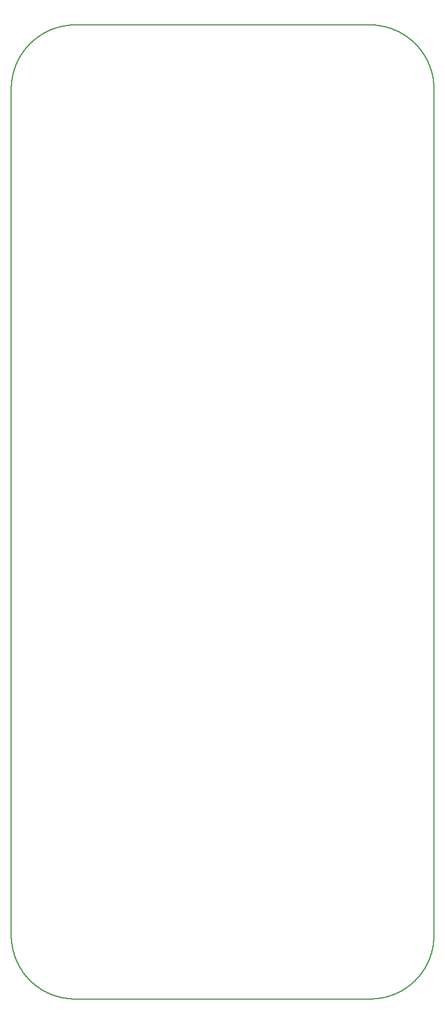
<source format=gm1>
G04 MADE WITH FRITZING*
G04 WWW.FRITZING.ORG*
G04 DOUBLE SIDED*
G04 HOLES PLATED*
G04 CONTOUR ON CENTER OF CONTOUR VECTOR*
%ASAXBY*%
%FSLAX23Y23*%
%MOIN*%
%OFA0B0*%
%SFA1.0B1.0*%
%ADD10C,0.008*%
%LNCONTOUR*%
G90*
G70*
G54D10*
X366Y5877D02*
X367Y5877D01*
X368Y5877D01*
X369Y5877D01*
X370Y5877D01*
X371Y5877D01*
X372Y5877D01*
X373Y5877D01*
X374Y5877D01*
X375Y5877D01*
X376Y5877D01*
X377Y5877D01*
X378Y5877D01*
X379Y5877D01*
X380Y5877D01*
X381Y5877D01*
X382Y5877D01*
X383Y5877D01*
X384Y5877D01*
X385Y5877D01*
X386Y5877D01*
X387Y5877D01*
X388Y5877D01*
X389Y5877D01*
X390Y5877D01*
X391Y5877D01*
X392Y5877D01*
X393Y5877D01*
X394Y5877D01*
X395Y5877D01*
X396Y5877D01*
X397Y5877D01*
X398Y5877D01*
X399Y5877D01*
X400Y5877D01*
X401Y5877D01*
X402Y5877D01*
X403Y5877D01*
X404Y5877D01*
X405Y5877D01*
X406Y5877D01*
X407Y5877D01*
X408Y5877D01*
X409Y5877D01*
X410Y5877D01*
X411Y5877D01*
X412Y5877D01*
X413Y5877D01*
X414Y5877D01*
X415Y5877D01*
X416Y5877D01*
X417Y5877D01*
X418Y5877D01*
X419Y5877D01*
X420Y5877D01*
X421Y5877D01*
X422Y5877D01*
X423Y5877D01*
X424Y5877D01*
X425Y5877D01*
X426Y5877D01*
X427Y5877D01*
X428Y5877D01*
X429Y5877D01*
X430Y5877D01*
X431Y5877D01*
X432Y5877D01*
X433Y5877D01*
X434Y5877D01*
X435Y5877D01*
X436Y5877D01*
X437Y5877D01*
X438Y5877D01*
X439Y5877D01*
X440Y5877D01*
X441Y5877D01*
X442Y5877D01*
X443Y5877D01*
X444Y5877D01*
X445Y5877D01*
X446Y5877D01*
X447Y5877D01*
X448Y5877D01*
X449Y5877D01*
X450Y5877D01*
X451Y5877D01*
X452Y5877D01*
X453Y5877D01*
X454Y5877D01*
X455Y5877D01*
X456Y5877D01*
X457Y5877D01*
X458Y5877D01*
X459Y5877D01*
X460Y5877D01*
X461Y5877D01*
X462Y5877D01*
X463Y5877D01*
X464Y5877D01*
X465Y5877D01*
X466Y5877D01*
X467Y5877D01*
X468Y5877D01*
X469Y5877D01*
X470Y5877D01*
X471Y5877D01*
X472Y5877D01*
X473Y5877D01*
X474Y5877D01*
X475Y5877D01*
X476Y5877D01*
X477Y5877D01*
X478Y5877D01*
X479Y5877D01*
X480Y5877D01*
X481Y5877D01*
X482Y5877D01*
X483Y5877D01*
X484Y5877D01*
X485Y5877D01*
X486Y5877D01*
X487Y5877D01*
X488Y5877D01*
X489Y5877D01*
X490Y5877D01*
X491Y5877D01*
X492Y5877D01*
X493Y5877D01*
X494Y5877D01*
X495Y5877D01*
X496Y5877D01*
X497Y5877D01*
X498Y5877D01*
X499Y5877D01*
X500Y5877D01*
X501Y5877D01*
X502Y5877D01*
X503Y5877D01*
X504Y5877D01*
X505Y5877D01*
X506Y5877D01*
X507Y5877D01*
X508Y5877D01*
X509Y5877D01*
X510Y5877D01*
X511Y5877D01*
X512Y5877D01*
X513Y5877D01*
X514Y5877D01*
X515Y5877D01*
X516Y5877D01*
X517Y5877D01*
X518Y5877D01*
X519Y5877D01*
X520Y5877D01*
X521Y5877D01*
X522Y5877D01*
X523Y5877D01*
X524Y5877D01*
X525Y5877D01*
X526Y5877D01*
X527Y5877D01*
X528Y5877D01*
X529Y5877D01*
X530Y5877D01*
X531Y5877D01*
X532Y5877D01*
X533Y5877D01*
X534Y5877D01*
X535Y5877D01*
X536Y5877D01*
X537Y5877D01*
X538Y5877D01*
X539Y5877D01*
X540Y5877D01*
X541Y5877D01*
X542Y5877D01*
X543Y5877D01*
X544Y5877D01*
X545Y5877D01*
X546Y5877D01*
X547Y5877D01*
X548Y5877D01*
X549Y5877D01*
X550Y5877D01*
X551Y5877D01*
X552Y5877D01*
X553Y5877D01*
X554Y5877D01*
X555Y5877D01*
X556Y5877D01*
X557Y5877D01*
X558Y5877D01*
X559Y5877D01*
X560Y5877D01*
X561Y5877D01*
X562Y5877D01*
X563Y5877D01*
X564Y5877D01*
X565Y5877D01*
X566Y5877D01*
X567Y5877D01*
X568Y5877D01*
X569Y5877D01*
X570Y5877D01*
X571Y5877D01*
X572Y5877D01*
X573Y5877D01*
X574Y5877D01*
X575Y5877D01*
X576Y5877D01*
X577Y5877D01*
X578Y5877D01*
X579Y5877D01*
X580Y5877D01*
X581Y5877D01*
X582Y5877D01*
X583Y5877D01*
X584Y5877D01*
X585Y5877D01*
X586Y5877D01*
X587Y5877D01*
X588Y5877D01*
X589Y5877D01*
X590Y5877D01*
X591Y5877D01*
X592Y5877D01*
X593Y5877D01*
X594Y5877D01*
X595Y5877D01*
X596Y5877D01*
X597Y5877D01*
X598Y5877D01*
X599Y5877D01*
X600Y5877D01*
X601Y5877D01*
X602Y5877D01*
X603Y5877D01*
X604Y5877D01*
X605Y5877D01*
X606Y5877D01*
X607Y5877D01*
X608Y5877D01*
X609Y5877D01*
X610Y5877D01*
X611Y5877D01*
X612Y5877D01*
X613Y5877D01*
X614Y5877D01*
X615Y5877D01*
X616Y5877D01*
X617Y5877D01*
X618Y5877D01*
X619Y5877D01*
X620Y5877D01*
X621Y5877D01*
X622Y5877D01*
X623Y5877D01*
X624Y5877D01*
X625Y5877D01*
X626Y5877D01*
X627Y5877D01*
X628Y5877D01*
X629Y5877D01*
X630Y5877D01*
X631Y5877D01*
X632Y5877D01*
X633Y5877D01*
X634Y5877D01*
X635Y5877D01*
X636Y5877D01*
X637Y5877D01*
X638Y5877D01*
X639Y5877D01*
X640Y5877D01*
X641Y5877D01*
X642Y5877D01*
X643Y5877D01*
X644Y5877D01*
X645Y5877D01*
X646Y5877D01*
X647Y5877D01*
X648Y5877D01*
X649Y5877D01*
X650Y5877D01*
X651Y5877D01*
X652Y5877D01*
X653Y5877D01*
X654Y5877D01*
X655Y5877D01*
X656Y5877D01*
X657Y5877D01*
X658Y5877D01*
X659Y5877D01*
X660Y5877D01*
X661Y5877D01*
X662Y5877D01*
X663Y5877D01*
X664Y5877D01*
X665Y5877D01*
X666Y5877D01*
X667Y5877D01*
X668Y5877D01*
X669Y5877D01*
X670Y5877D01*
X671Y5877D01*
X672Y5877D01*
X673Y5877D01*
X674Y5877D01*
X675Y5877D01*
X676Y5877D01*
X677Y5877D01*
X678Y5877D01*
X679Y5877D01*
X680Y5877D01*
X681Y5877D01*
X682Y5877D01*
X683Y5877D01*
X684Y5877D01*
X685Y5877D01*
X686Y5877D01*
X687Y5877D01*
X688Y5877D01*
X689Y5877D01*
X690Y5877D01*
X691Y5877D01*
X692Y5877D01*
X693Y5877D01*
X694Y5877D01*
X695Y5877D01*
X696Y5877D01*
X697Y5877D01*
X698Y5877D01*
X699Y5877D01*
X700Y5877D01*
X701Y5877D01*
X702Y5877D01*
X703Y5877D01*
X704Y5877D01*
X705Y5877D01*
X706Y5877D01*
X707Y5877D01*
X708Y5877D01*
X709Y5877D01*
X710Y5877D01*
X711Y5877D01*
X712Y5877D01*
X713Y5877D01*
X714Y5877D01*
X715Y5877D01*
X716Y5877D01*
X717Y5877D01*
X718Y5877D01*
X719Y5877D01*
X720Y5877D01*
X721Y5877D01*
X722Y5877D01*
X723Y5877D01*
X724Y5877D01*
X725Y5877D01*
X726Y5877D01*
X727Y5877D01*
X728Y5877D01*
X729Y5877D01*
X730Y5877D01*
X731Y5877D01*
X732Y5877D01*
X733Y5877D01*
X734Y5877D01*
X735Y5877D01*
X736Y5877D01*
X737Y5877D01*
X738Y5877D01*
X739Y5877D01*
X740Y5877D01*
X741Y5877D01*
X742Y5877D01*
X743Y5877D01*
X744Y5877D01*
X745Y5877D01*
X746Y5877D01*
X747Y5877D01*
X748Y5877D01*
X749Y5877D01*
X750Y5877D01*
X751Y5877D01*
X752Y5877D01*
X753Y5877D01*
X754Y5877D01*
X755Y5877D01*
X756Y5877D01*
X757Y5877D01*
X758Y5877D01*
X759Y5877D01*
X760Y5877D01*
X761Y5877D01*
X762Y5877D01*
X763Y5877D01*
X764Y5877D01*
X765Y5877D01*
X766Y5877D01*
X767Y5877D01*
X768Y5877D01*
X769Y5877D01*
X770Y5877D01*
X771Y5877D01*
X772Y5877D01*
X773Y5877D01*
X774Y5877D01*
X775Y5877D01*
X776Y5877D01*
X777Y5877D01*
X778Y5877D01*
X779Y5877D01*
X780Y5877D01*
X781Y5877D01*
X782Y5877D01*
X783Y5877D01*
X784Y5877D01*
X785Y5877D01*
X786Y5877D01*
X787Y5877D01*
X788Y5877D01*
X789Y5877D01*
X790Y5877D01*
X791Y5877D01*
X792Y5877D01*
X793Y5877D01*
X794Y5877D01*
X795Y5877D01*
X796Y5877D01*
X797Y5877D01*
X798Y5877D01*
X799Y5877D01*
X800Y5877D01*
X801Y5877D01*
X802Y5877D01*
X803Y5877D01*
X804Y5877D01*
X805Y5877D01*
X806Y5877D01*
X807Y5877D01*
X808Y5877D01*
X809Y5877D01*
X810Y5877D01*
X811Y5877D01*
X812Y5877D01*
X813Y5877D01*
X814Y5877D01*
X815Y5877D01*
X816Y5877D01*
X817Y5877D01*
X818Y5877D01*
X819Y5877D01*
X820Y5877D01*
X821Y5877D01*
X822Y5877D01*
X823Y5877D01*
X824Y5877D01*
X825Y5877D01*
X826Y5877D01*
X827Y5877D01*
X828Y5877D01*
X829Y5877D01*
X830Y5877D01*
X831Y5877D01*
X832Y5877D01*
X833Y5877D01*
X834Y5877D01*
X835Y5877D01*
X836Y5877D01*
X837Y5877D01*
X838Y5877D01*
X839Y5877D01*
X840Y5877D01*
X841Y5877D01*
X842Y5877D01*
X843Y5877D01*
X844Y5877D01*
X845Y5877D01*
X846Y5877D01*
X847Y5877D01*
X848Y5877D01*
X849Y5877D01*
X850Y5877D01*
X851Y5877D01*
X852Y5877D01*
X853Y5877D01*
X854Y5877D01*
X855Y5877D01*
X856Y5877D01*
X857Y5877D01*
X858Y5877D01*
X859Y5877D01*
X860Y5877D01*
X861Y5877D01*
X862Y5877D01*
X863Y5877D01*
X864Y5877D01*
X865Y5877D01*
X866Y5877D01*
X867Y5877D01*
X868Y5877D01*
X869Y5877D01*
X870Y5877D01*
X871Y5877D01*
X872Y5877D01*
X873Y5877D01*
X874Y5877D01*
X875Y5877D01*
X876Y5877D01*
X877Y5877D01*
X878Y5877D01*
X879Y5877D01*
X880Y5877D01*
X881Y5877D01*
X882Y5877D01*
X883Y5877D01*
X884Y5877D01*
X885Y5877D01*
X886Y5877D01*
X887Y5877D01*
X888Y5877D01*
X889Y5877D01*
X890Y5877D01*
X891Y5877D01*
X892Y5877D01*
X893Y5877D01*
X894Y5877D01*
X895Y5877D01*
X896Y5877D01*
X897Y5877D01*
X898Y5877D01*
X899Y5877D01*
X900Y5877D01*
X901Y5877D01*
X902Y5877D01*
X903Y5877D01*
X904Y5877D01*
X905Y5877D01*
X906Y5877D01*
X907Y5877D01*
X908Y5877D01*
X909Y5877D01*
X910Y5877D01*
X911Y5877D01*
X912Y5877D01*
X913Y5877D01*
X914Y5877D01*
X915Y5877D01*
X916Y5877D01*
X917Y5877D01*
X918Y5877D01*
X919Y5877D01*
X920Y5877D01*
X921Y5877D01*
X922Y5877D01*
X923Y5877D01*
X924Y5877D01*
X925Y5877D01*
X926Y5877D01*
X927Y5877D01*
X928Y5877D01*
X929Y5877D01*
X930Y5877D01*
X931Y5877D01*
X932Y5877D01*
X933Y5877D01*
X934Y5877D01*
X935Y5877D01*
X936Y5877D01*
X937Y5877D01*
X938Y5877D01*
X939Y5877D01*
X940Y5877D01*
X941Y5877D01*
X942Y5877D01*
X943Y5877D01*
X944Y5877D01*
X945Y5877D01*
X946Y5877D01*
X947Y5877D01*
X948Y5877D01*
X949Y5877D01*
X950Y5877D01*
X951Y5877D01*
X952Y5877D01*
X953Y5877D01*
X954Y5877D01*
X955Y5877D01*
X956Y5877D01*
X957Y5877D01*
X958Y5877D01*
X959Y5877D01*
X960Y5877D01*
X961Y5877D01*
X962Y5877D01*
X963Y5877D01*
X964Y5877D01*
X965Y5877D01*
X966Y5877D01*
X967Y5877D01*
X968Y5877D01*
X969Y5877D01*
X970Y5877D01*
X971Y5877D01*
X972Y5877D01*
X973Y5877D01*
X974Y5877D01*
X975Y5877D01*
X976Y5877D01*
X977Y5877D01*
X978Y5877D01*
X979Y5877D01*
X980Y5877D01*
X981Y5877D01*
X982Y5877D01*
X983Y5877D01*
X984Y5877D01*
X985Y5877D01*
X986Y5877D01*
X987Y5877D01*
X988Y5877D01*
X989Y5877D01*
X990Y5877D01*
X991Y5877D01*
X992Y5877D01*
X993Y5877D01*
X994Y5877D01*
X995Y5877D01*
X996Y5877D01*
X997Y5877D01*
X998Y5877D01*
X999Y5877D01*
X1000Y5877D01*
X1001Y5877D01*
X1002Y5877D01*
X1003Y5877D01*
X1004Y5877D01*
X1005Y5877D01*
X1006Y5877D01*
X1007Y5877D01*
X1008Y5877D01*
X1009Y5877D01*
X1010Y5877D01*
X1011Y5877D01*
X1012Y5877D01*
X1013Y5877D01*
X1014Y5877D01*
X1015Y5877D01*
X1016Y5877D01*
X1017Y5877D01*
X1018Y5877D01*
X1019Y5877D01*
X1020Y5877D01*
X1021Y5877D01*
X1022Y5877D01*
X1023Y5877D01*
X1024Y5877D01*
X1025Y5877D01*
X1026Y5877D01*
X1027Y5877D01*
X1028Y5877D01*
X1029Y5877D01*
X1030Y5877D01*
X1031Y5877D01*
X1032Y5877D01*
X1033Y5877D01*
X1034Y5877D01*
X1035Y5877D01*
X1036Y5877D01*
X1037Y5877D01*
X1038Y5877D01*
X1039Y5877D01*
X1040Y5877D01*
X1041Y5877D01*
X1042Y5877D01*
X1043Y5877D01*
X1044Y5877D01*
X1045Y5877D01*
X1046Y5877D01*
X1047Y5877D01*
X1048Y5877D01*
X1049Y5877D01*
X1050Y5877D01*
X1051Y5877D01*
X1052Y5877D01*
X1053Y5877D01*
X1054Y5877D01*
X1055Y5877D01*
X1056Y5877D01*
X1057Y5877D01*
X1058Y5877D01*
X1059Y5877D01*
X1060Y5877D01*
X1061Y5877D01*
X1062Y5877D01*
X1063Y5877D01*
X1064Y5877D01*
X1065Y5877D01*
X1066Y5877D01*
X1067Y5877D01*
X1068Y5877D01*
X1069Y5877D01*
X1070Y5877D01*
X1071Y5877D01*
X1072Y5877D01*
X1073Y5877D01*
X1074Y5877D01*
X1075Y5877D01*
X1076Y5877D01*
X1077Y5877D01*
X1078Y5877D01*
X1079Y5877D01*
X1080Y5877D01*
X1081Y5877D01*
X1082Y5877D01*
X1083Y5877D01*
X1084Y5877D01*
X1085Y5877D01*
X1086Y5877D01*
X1087Y5877D01*
X1088Y5877D01*
X1089Y5877D01*
X1090Y5877D01*
X1091Y5877D01*
X1092Y5877D01*
X1093Y5877D01*
X1094Y5877D01*
X1095Y5877D01*
X1096Y5877D01*
X1097Y5877D01*
X1098Y5877D01*
X1099Y5877D01*
X1100Y5877D01*
X1101Y5877D01*
X1102Y5877D01*
X1103Y5877D01*
X1104Y5877D01*
X1105Y5877D01*
X1106Y5877D01*
X1107Y5877D01*
X1108Y5877D01*
X1109Y5877D01*
X1110Y5877D01*
X1111Y5877D01*
X1112Y5877D01*
X1113Y5877D01*
X1114Y5877D01*
X1115Y5877D01*
X1116Y5877D01*
X1117Y5877D01*
X1118Y5877D01*
X1119Y5877D01*
X1120Y5877D01*
X1121Y5877D01*
X1122Y5877D01*
X1123Y5877D01*
X1124Y5877D01*
X1125Y5877D01*
X1126Y5877D01*
X1127Y5877D01*
X1128Y5877D01*
X1129Y5877D01*
X1130Y5877D01*
X1131Y5877D01*
X1132Y5877D01*
X1133Y5877D01*
X1134Y5877D01*
X1135Y5877D01*
X1136Y5877D01*
X1137Y5877D01*
X1138Y5877D01*
X1139Y5877D01*
X1140Y5877D01*
X1141Y5877D01*
X1142Y5877D01*
X1143Y5877D01*
X1144Y5877D01*
X1145Y5877D01*
X1146Y5877D01*
X1147Y5877D01*
X1148Y5877D01*
X1149Y5877D01*
X1150Y5877D01*
X1151Y5877D01*
X1152Y5877D01*
X1153Y5877D01*
X1154Y5877D01*
X1155Y5877D01*
X1156Y5877D01*
X1157Y5877D01*
X1158Y5877D01*
X1159Y5877D01*
X1160Y5877D01*
X1161Y5877D01*
X1162Y5877D01*
X1163Y5877D01*
X1164Y5877D01*
X1165Y5877D01*
X1166Y5877D01*
X1167Y5877D01*
X1168Y5877D01*
X1169Y5877D01*
X1170Y5877D01*
X1171Y5877D01*
X1172Y5877D01*
X1173Y5877D01*
X1174Y5877D01*
X1175Y5877D01*
X1176Y5877D01*
X1177Y5877D01*
X1178Y5877D01*
X1179Y5877D01*
X1180Y5877D01*
X1181Y5877D01*
X1182Y5877D01*
X1183Y5877D01*
X1184Y5877D01*
X1185Y5877D01*
X1186Y5877D01*
X1187Y5877D01*
X1188Y5877D01*
X1189Y5877D01*
X1190Y5877D01*
X1191Y5877D01*
X1192Y5877D01*
X1193Y5877D01*
X1194Y5877D01*
X1195Y5877D01*
X1196Y5877D01*
X1197Y5877D01*
X1198Y5877D01*
X1199Y5877D01*
X1200Y5877D01*
X1201Y5877D01*
X1202Y5877D01*
X1203Y5877D01*
X1204Y5877D01*
X1205Y5877D01*
X1206Y5877D01*
X1207Y5877D01*
X1208Y5877D01*
X1209Y5877D01*
X1210Y5877D01*
X1211Y5877D01*
X1212Y5877D01*
X1213Y5877D01*
X1214Y5877D01*
X1215Y5877D01*
X1216Y5877D01*
X1217Y5877D01*
X1218Y5877D01*
X1219Y5877D01*
X1220Y5877D01*
X1221Y5877D01*
X1222Y5877D01*
X1223Y5877D01*
X1224Y5877D01*
X1225Y5877D01*
X1226Y5877D01*
X1227Y5877D01*
X1228Y5877D01*
X1229Y5877D01*
X1230Y5877D01*
X1231Y5877D01*
X1232Y5877D01*
X1233Y5877D01*
X1234Y5877D01*
X1235Y5877D01*
X1236Y5877D01*
X1237Y5877D01*
X1238Y5877D01*
X1239Y5877D01*
X1240Y5877D01*
X1241Y5877D01*
X1242Y5877D01*
X1243Y5877D01*
X1244Y5877D01*
X1245Y5877D01*
X1246Y5877D01*
X1247Y5877D01*
X1248Y5877D01*
X1249Y5877D01*
X1250Y5877D01*
X1251Y5877D01*
X1252Y5877D01*
X1253Y5877D01*
X1254Y5877D01*
X1255Y5877D01*
X1256Y5877D01*
X1257Y5877D01*
X1258Y5877D01*
X1259Y5877D01*
X1260Y5877D01*
X1261Y5877D01*
X1262Y5877D01*
X1263Y5877D01*
X1264Y5877D01*
X1265Y5877D01*
X1266Y5877D01*
X1267Y5877D01*
X1268Y5877D01*
X1269Y5877D01*
X1270Y5877D01*
X1271Y5877D01*
X1272Y5877D01*
X1273Y5877D01*
X1274Y5877D01*
X1275Y5877D01*
X1276Y5877D01*
X1277Y5877D01*
X1278Y5877D01*
X1279Y5877D01*
X1280Y5877D01*
X1281Y5877D01*
X1282Y5877D01*
X1283Y5877D01*
X1284Y5877D01*
X1285Y5877D01*
X1286Y5877D01*
X1287Y5877D01*
X1288Y5877D01*
X1289Y5877D01*
X1290Y5877D01*
X1291Y5877D01*
X1292Y5877D01*
X1293Y5877D01*
X1294Y5877D01*
X1295Y5877D01*
X1296Y5877D01*
X1297Y5877D01*
X1298Y5877D01*
X1299Y5877D01*
X1300Y5877D01*
X1301Y5877D01*
X1302Y5877D01*
X1303Y5877D01*
X1304Y5877D01*
X1305Y5877D01*
X1306Y5877D01*
X1307Y5877D01*
X1308Y5877D01*
X1309Y5877D01*
X1310Y5877D01*
X1311Y5877D01*
X1312Y5877D01*
X1313Y5877D01*
X1314Y5877D01*
X1315Y5877D01*
X1316Y5877D01*
X1317Y5877D01*
X1318Y5877D01*
X1319Y5877D01*
X1320Y5877D01*
X1321Y5877D01*
X1322Y5877D01*
X1323Y5877D01*
X1324Y5877D01*
X1325Y5877D01*
X1326Y5877D01*
X1327Y5877D01*
X1328Y5877D01*
X1329Y5877D01*
X1330Y5877D01*
X1331Y5877D01*
X1332Y5877D01*
X1333Y5877D01*
X1334Y5877D01*
X1335Y5877D01*
X1336Y5877D01*
X1337Y5877D01*
X1338Y5877D01*
X1339Y5877D01*
X1340Y5877D01*
X1341Y5877D01*
X1342Y5877D01*
X1343Y5877D01*
X1344Y5877D01*
X1345Y5877D01*
X1346Y5877D01*
X1347Y5877D01*
X1348Y5877D01*
X1349Y5877D01*
X1350Y5877D01*
X1351Y5877D01*
X1352Y5877D01*
X1353Y5877D01*
X1354Y5877D01*
X1355Y5877D01*
X1356Y5877D01*
X1357Y5877D01*
X1358Y5877D01*
X1359Y5877D01*
X1360Y5877D01*
X1361Y5877D01*
X1362Y5877D01*
X1363Y5877D01*
X1364Y5877D01*
X1365Y5877D01*
X1366Y5877D01*
X1367Y5877D01*
X1368Y5877D01*
X1369Y5877D01*
X1370Y5877D01*
X1371Y5877D01*
X1372Y5877D01*
X1373Y5877D01*
X1374Y5877D01*
X1375Y5877D01*
X1376Y5877D01*
X1377Y5877D01*
X1378Y5877D01*
X1379Y5877D01*
X1380Y5877D01*
X1381Y5877D01*
X1382Y5877D01*
X1383Y5877D01*
X1384Y5877D01*
X1385Y5877D01*
X1386Y5877D01*
X1387Y5877D01*
X1388Y5877D01*
X1389Y5877D01*
X1390Y5877D01*
X1391Y5877D01*
X1392Y5877D01*
X1393Y5877D01*
X1394Y5877D01*
X1395Y5877D01*
X1396Y5877D01*
X1397Y5877D01*
X1398Y5877D01*
X1399Y5877D01*
X1400Y5877D01*
X1401Y5877D01*
X1402Y5877D01*
X1403Y5877D01*
X1404Y5877D01*
X1405Y5877D01*
X1406Y5877D01*
X1407Y5877D01*
X1408Y5877D01*
X1409Y5877D01*
X1410Y5877D01*
X1411Y5877D01*
X1412Y5877D01*
X1413Y5877D01*
X1414Y5877D01*
X1415Y5877D01*
X1416Y5877D01*
X1417Y5877D01*
X1418Y5877D01*
X1419Y5877D01*
X1420Y5877D01*
X1421Y5877D01*
X1422Y5877D01*
X1423Y5877D01*
X1424Y5877D01*
X1425Y5877D01*
X1426Y5877D01*
X1427Y5877D01*
X1428Y5877D01*
X1429Y5877D01*
X1430Y5877D01*
X1431Y5877D01*
X1432Y5877D01*
X1433Y5877D01*
X1434Y5877D01*
X1435Y5877D01*
X1436Y5877D01*
X1437Y5877D01*
X1438Y5877D01*
X1439Y5877D01*
X1440Y5877D01*
X1441Y5877D01*
X1442Y5877D01*
X1443Y5877D01*
X1444Y5877D01*
X1445Y5877D01*
X1446Y5877D01*
X1447Y5877D01*
X1448Y5877D01*
X1449Y5877D01*
X1450Y5877D01*
X1451Y5877D01*
X1452Y5877D01*
X1453Y5877D01*
X1454Y5877D01*
X1455Y5877D01*
X1456Y5877D01*
X1457Y5877D01*
X1458Y5877D01*
X1459Y5877D01*
X1460Y5877D01*
X1461Y5877D01*
X1462Y5877D01*
X1463Y5877D01*
X1464Y5877D01*
X1465Y5877D01*
X1466Y5877D01*
X1467Y5877D01*
X1468Y5877D01*
X1469Y5877D01*
X1470Y5877D01*
X1471Y5877D01*
X1472Y5877D01*
X1473Y5877D01*
X1474Y5877D01*
X1475Y5877D01*
X1476Y5877D01*
X1477Y5877D01*
X1478Y5877D01*
X1479Y5877D01*
X1480Y5877D01*
X1481Y5877D01*
X1482Y5877D01*
X1483Y5877D01*
X1484Y5877D01*
X1485Y5877D01*
X1486Y5877D01*
X1487Y5877D01*
X1488Y5877D01*
X1489Y5877D01*
X1490Y5877D01*
X1491Y5877D01*
X1492Y5877D01*
X1493Y5877D01*
X1494Y5877D01*
X1495Y5877D01*
X1496Y5877D01*
X1497Y5877D01*
X1498Y5877D01*
X1499Y5877D01*
X1500Y5877D01*
X1501Y5877D01*
X1502Y5877D01*
X1503Y5877D01*
X1504Y5877D01*
X1505Y5877D01*
X1506Y5877D01*
X1507Y5877D01*
X1508Y5877D01*
X1509Y5877D01*
X1510Y5877D01*
X1511Y5877D01*
X1512Y5877D01*
X1513Y5877D01*
X1514Y5877D01*
X1515Y5877D01*
X1516Y5877D01*
X1517Y5877D01*
X1518Y5877D01*
X1519Y5877D01*
X1520Y5877D01*
X1521Y5877D01*
X1522Y5877D01*
X1523Y5877D01*
X1524Y5877D01*
X1525Y5877D01*
X1526Y5877D01*
X1527Y5877D01*
X1528Y5877D01*
X1529Y5877D01*
X1530Y5877D01*
X1531Y5877D01*
X1532Y5877D01*
X1533Y5877D01*
X1534Y5877D01*
X1535Y5877D01*
X1536Y5877D01*
X1537Y5877D01*
X1538Y5877D01*
X1539Y5877D01*
X1540Y5877D01*
X1541Y5877D01*
X1542Y5877D01*
X1543Y5877D01*
X1544Y5877D01*
X1545Y5877D01*
X1546Y5877D01*
X1547Y5877D01*
X1548Y5877D01*
X1549Y5877D01*
X1550Y5877D01*
X1551Y5877D01*
X1552Y5877D01*
X1553Y5877D01*
X1554Y5877D01*
X1555Y5877D01*
X1556Y5877D01*
X1557Y5877D01*
X1558Y5877D01*
X1559Y5877D01*
X1560Y5877D01*
X1561Y5877D01*
X1562Y5877D01*
X1563Y5877D01*
X1564Y5877D01*
X1565Y5877D01*
X1566Y5877D01*
X1567Y5877D01*
X1568Y5877D01*
X1569Y5877D01*
X1570Y5877D01*
X1571Y5877D01*
X1572Y5877D01*
X1573Y5877D01*
X1574Y5877D01*
X1575Y5877D01*
X1576Y5877D01*
X1577Y5877D01*
X1578Y5877D01*
X1579Y5877D01*
X1580Y5877D01*
X1581Y5877D01*
X1582Y5877D01*
X1583Y5877D01*
X1584Y5877D01*
X1585Y5877D01*
X1586Y5877D01*
X1587Y5877D01*
X1588Y5877D01*
X1589Y5877D01*
X1590Y5877D01*
X1591Y5877D01*
X1592Y5877D01*
X1593Y5877D01*
X1594Y5877D01*
X1595Y5877D01*
X1596Y5877D01*
X1597Y5877D01*
X1598Y5877D01*
X1599Y5877D01*
X1600Y5877D01*
X1601Y5877D01*
X1602Y5877D01*
X1603Y5877D01*
X1604Y5877D01*
X1605Y5877D01*
X1606Y5877D01*
X1607Y5877D01*
X1608Y5877D01*
X1609Y5877D01*
X1610Y5877D01*
X1611Y5877D01*
X1612Y5877D01*
X1613Y5877D01*
X1614Y5877D01*
X1615Y5877D01*
X1616Y5877D01*
X1617Y5877D01*
X1618Y5877D01*
X1619Y5877D01*
X1620Y5877D01*
X1621Y5877D01*
X1622Y5877D01*
X1623Y5877D01*
X1624Y5877D01*
X1625Y5877D01*
X1626Y5877D01*
X1627Y5877D01*
X1628Y5877D01*
X1629Y5877D01*
X1630Y5877D01*
X1631Y5877D01*
X1632Y5877D01*
X1633Y5877D01*
X1634Y5877D01*
X1635Y5877D01*
X1636Y5877D01*
X1637Y5877D01*
X1638Y5877D01*
X1639Y5877D01*
X1640Y5877D01*
X1641Y5877D01*
X1642Y5877D01*
X1643Y5877D01*
X1644Y5877D01*
X1645Y5877D01*
X1646Y5877D01*
X1647Y5877D01*
X1648Y5877D01*
X1649Y5877D01*
X1650Y5877D01*
X1651Y5877D01*
X1652Y5877D01*
X1653Y5877D01*
X1654Y5877D01*
X1655Y5877D01*
X1656Y5877D01*
X1657Y5877D01*
X1658Y5877D01*
X1659Y5877D01*
X1660Y5877D01*
X1661Y5877D01*
X1662Y5877D01*
X1663Y5877D01*
X1664Y5877D01*
X1665Y5877D01*
X1666Y5877D01*
X1667Y5877D01*
X1668Y5877D01*
X1669Y5877D01*
X1670Y5877D01*
X1671Y5877D01*
X1672Y5877D01*
X1673Y5877D01*
X1674Y5877D01*
X1675Y5877D01*
X1676Y5877D01*
X1677Y5877D01*
X1678Y5877D01*
X1679Y5877D01*
X1680Y5877D01*
X1681Y5877D01*
X1682Y5877D01*
X1683Y5877D01*
X1684Y5877D01*
X1685Y5877D01*
X1686Y5877D01*
X1687Y5877D01*
X1688Y5877D01*
X1689Y5877D01*
X1690Y5877D01*
X1691Y5877D01*
X1692Y5877D01*
X1693Y5877D01*
X1694Y5877D01*
X1695Y5877D01*
X1696Y5877D01*
X1697Y5877D01*
X1698Y5877D01*
X1699Y5877D01*
X1700Y5877D01*
X1701Y5877D01*
X1702Y5877D01*
X1703Y5877D01*
X1704Y5877D01*
X1705Y5877D01*
X1706Y5877D01*
X1707Y5877D01*
X1708Y5877D01*
X1709Y5877D01*
X1710Y5877D01*
X1711Y5877D01*
X1712Y5877D01*
X1713Y5877D01*
X1714Y5877D01*
X1715Y5877D01*
X1716Y5877D01*
X1717Y5877D01*
X1718Y5877D01*
X1719Y5877D01*
X1720Y5877D01*
X1721Y5877D01*
X1722Y5877D01*
X1723Y5877D01*
X1724Y5877D01*
X1725Y5877D01*
X1726Y5877D01*
X1727Y5877D01*
X1728Y5877D01*
X1729Y5877D01*
X1730Y5877D01*
X1731Y5877D01*
X1732Y5877D01*
X1733Y5877D01*
X1734Y5877D01*
X1735Y5877D01*
X1736Y5877D01*
X1737Y5877D01*
X1738Y5877D01*
X1739Y5877D01*
X1740Y5877D01*
X1741Y5877D01*
X1742Y5877D01*
X1743Y5877D01*
X1744Y5877D01*
X1745Y5877D01*
X1746Y5877D01*
X1747Y5877D01*
X1748Y5877D01*
X1749Y5877D01*
X1750Y5877D01*
X1751Y5877D01*
X1752Y5877D01*
X1753Y5877D01*
X1754Y5877D01*
X1755Y5877D01*
X1756Y5877D01*
X1757Y5877D01*
X1758Y5877D01*
X1759Y5877D01*
X1760Y5877D01*
X1761Y5877D01*
X1762Y5877D01*
X1763Y5877D01*
X1764Y5877D01*
X1765Y5877D01*
X1766Y5877D01*
X1767Y5877D01*
X1768Y5877D01*
X1769Y5877D01*
X1770Y5877D01*
X1771Y5877D01*
X1772Y5877D01*
X1773Y5877D01*
X1774Y5877D01*
X1775Y5877D01*
X1776Y5877D01*
X1777Y5877D01*
X1778Y5877D01*
X1779Y5877D01*
X1780Y5877D01*
X1781Y5877D01*
X1782Y5877D01*
X1783Y5877D01*
X1784Y5877D01*
X1785Y5877D01*
X1786Y5877D01*
X1787Y5877D01*
X1788Y5877D01*
X1789Y5877D01*
X1790Y5877D01*
X1791Y5877D01*
X1792Y5877D01*
X1793Y5877D01*
X1794Y5877D01*
X1795Y5877D01*
X1796Y5877D01*
X1797Y5877D01*
X1798Y5877D01*
X1799Y5877D01*
X1800Y5877D01*
X1801Y5877D01*
X1802Y5877D01*
X1803Y5877D01*
X1804Y5877D01*
X1805Y5877D01*
X1806Y5877D01*
X1807Y5877D01*
X1808Y5877D01*
X1809Y5877D01*
X1810Y5877D01*
X1811Y5877D01*
X1812Y5877D01*
X1813Y5877D01*
X1814Y5877D01*
X1815Y5877D01*
X1816Y5877D01*
X1817Y5877D01*
X1818Y5877D01*
X1819Y5877D01*
X1820Y5877D01*
X1821Y5877D01*
X1822Y5877D01*
X1823Y5877D01*
X1824Y5877D01*
X1825Y5877D01*
X1826Y5877D01*
X1827Y5877D01*
X1828Y5877D01*
X1829Y5877D01*
X1830Y5877D01*
X1831Y5877D01*
X1832Y5877D01*
X1833Y5877D01*
X1834Y5877D01*
X1835Y5877D01*
X1836Y5877D01*
X1837Y5877D01*
X1838Y5877D01*
X1839Y5877D01*
X1840Y5877D01*
X1841Y5877D01*
X1842Y5877D01*
X1843Y5877D01*
X1844Y5877D01*
X1845Y5877D01*
X1846Y5877D01*
X1847Y5877D01*
X1848Y5877D01*
X1849Y5877D01*
X1850Y5877D01*
X1851Y5877D01*
X1852Y5877D01*
X1853Y5877D01*
X1854Y5877D01*
X1855Y5877D01*
X1856Y5877D01*
X1857Y5877D01*
X1858Y5877D01*
X1859Y5877D01*
X1860Y5877D01*
X1861Y5877D01*
X1862Y5877D01*
X1863Y5877D01*
X1864Y5877D01*
X1865Y5877D01*
X1866Y5877D01*
X1867Y5877D01*
X1868Y5877D01*
X1869Y5877D01*
X1870Y5877D01*
X1871Y5877D01*
X1872Y5877D01*
X1873Y5877D01*
X1874Y5877D01*
X1875Y5877D01*
X1876Y5877D01*
X1877Y5877D01*
X1878Y5877D01*
X1879Y5877D01*
X1880Y5877D01*
X1881Y5877D01*
X1882Y5877D01*
X1883Y5877D01*
X1884Y5877D01*
X1885Y5877D01*
X1886Y5877D01*
X1887Y5877D01*
X1888Y5877D01*
X1889Y5877D01*
X1890Y5877D01*
X1891Y5877D01*
X1892Y5877D01*
X1893Y5877D01*
X1894Y5877D01*
X1895Y5877D01*
X1896Y5877D01*
X1897Y5877D01*
X1898Y5877D01*
X1899Y5877D01*
X1900Y5877D01*
X1901Y5877D01*
X1902Y5877D01*
X1903Y5877D01*
X1904Y5877D01*
X1905Y5877D01*
X1906Y5877D01*
X1907Y5877D01*
X1908Y5877D01*
X1909Y5877D01*
X1910Y5877D01*
X1911Y5877D01*
X1912Y5877D01*
X1913Y5877D01*
X1914Y5877D01*
X1915Y5877D01*
X1916Y5877D01*
X1917Y5877D01*
X1918Y5877D01*
X1919Y5877D01*
X1920Y5877D01*
X1921Y5877D01*
X1922Y5877D01*
X1923Y5877D01*
X1924Y5877D01*
X1925Y5877D01*
X1926Y5877D01*
X1927Y5877D01*
X1928Y5877D01*
X1929Y5877D01*
X1930Y5877D01*
X1931Y5877D01*
X1932Y5877D01*
X1933Y5877D01*
X1934Y5877D01*
X1935Y5877D01*
X1936Y5877D01*
X1937Y5877D01*
X1938Y5877D01*
X1939Y5877D01*
X1940Y5877D01*
X1941Y5877D01*
X1942Y5877D01*
X1943Y5877D01*
X1944Y5877D01*
X1945Y5877D01*
X1946Y5877D01*
X1947Y5877D01*
X1948Y5877D01*
X1949Y5877D01*
X1950Y5877D01*
X1951Y5877D01*
X1952Y5877D01*
X1953Y5877D01*
X1954Y5877D01*
X1955Y5877D01*
X1956Y5877D01*
X1957Y5877D01*
X1958Y5877D01*
X1959Y5877D01*
X1960Y5877D01*
X1961Y5877D01*
X1962Y5877D01*
X1963Y5877D01*
X1964Y5877D01*
X1965Y5877D01*
X1966Y5877D01*
X1967Y5877D01*
X1968Y5877D01*
X1969Y5877D01*
X1970Y5877D01*
X1971Y5877D01*
X1972Y5877D01*
X1973Y5877D01*
X1974Y5877D01*
X1975Y5877D01*
X1976Y5877D01*
X1977Y5877D01*
X1978Y5877D01*
X1979Y5877D01*
X1980Y5877D01*
X1981Y5877D01*
X1982Y5877D01*
X1983Y5877D01*
X1984Y5877D01*
X1985Y5877D01*
X1986Y5877D01*
X1987Y5877D01*
X1988Y5877D01*
X1989Y5877D01*
X1990Y5877D01*
X1991Y5877D01*
X1992Y5877D01*
X1993Y5877D01*
X1994Y5877D01*
X1995Y5877D01*
X1996Y5877D01*
X1997Y5877D01*
X1998Y5877D01*
X1999Y5877D01*
X2000Y5877D01*
X2001Y5877D01*
X2002Y5877D01*
X2003Y5877D01*
X2004Y5877D01*
X2005Y5877D01*
X2006Y5877D01*
X2007Y5877D01*
X2008Y5877D01*
X2009Y5877D01*
X2010Y5877D01*
X2011Y5877D01*
X2012Y5877D01*
X2013Y5877D01*
X2014Y5877D01*
X2015Y5877D01*
X2016Y5877D01*
X2017Y5877D01*
X2018Y5877D01*
X2019Y5877D01*
X2020Y5877D01*
X2021Y5877D01*
X2022Y5877D01*
X2023Y5877D01*
X2024Y5877D01*
X2025Y5877D01*
X2026Y5877D01*
X2027Y5877D01*
X2028Y5877D01*
X2029Y5877D01*
X2030Y5877D01*
X2031Y5877D01*
X2032Y5877D01*
X2033Y5877D01*
X2034Y5877D01*
X2035Y5877D01*
X2036Y5877D01*
X2037Y5877D01*
X2038Y5877D01*
X2039Y5877D01*
X2040Y5877D01*
X2041Y5877D01*
X2042Y5877D01*
X2043Y5877D01*
X2044Y5877D01*
X2045Y5877D01*
X2046Y5877D01*
X2047Y5877D01*
X2048Y5877D01*
X2049Y5877D01*
X2050Y5877D01*
X2051Y5877D01*
X2052Y5877D01*
X2053Y5877D01*
X2054Y5877D01*
X2055Y5877D01*
X2056Y5877D01*
X2057Y5877D01*
X2058Y5877D01*
X2059Y5877D01*
X2060Y5877D01*
X2061Y5877D01*
X2062Y5877D01*
X2063Y5877D01*
X2064Y5877D01*
X2065Y5877D01*
X2066Y5877D01*
X2067Y5877D01*
X2068Y5877D01*
X2069Y5877D01*
X2070Y5877D01*
X2071Y5877D01*
X2072Y5877D01*
X2073Y5877D01*
X2074Y5877D01*
X2075Y5877D01*
X2076Y5877D01*
X2077Y5877D01*
X2078Y5877D01*
X2079Y5877D01*
X2080Y5877D01*
X2081Y5877D01*
X2082Y5877D01*
X2083Y5877D01*
X2084Y5877D01*
X2085Y5877D01*
X2086Y5877D01*
X2087Y5877D01*
X2088Y5877D01*
X2089Y5877D01*
X2090Y5877D01*
X2091Y5877D01*
X2092Y5877D01*
X2093Y5877D01*
X2094Y5877D01*
X2095Y5877D01*
X2096Y5877D01*
X2097Y5877D01*
X2098Y5877D01*
X2099Y5877D01*
X2100Y5877D01*
X2101Y5877D01*
X2102Y5877D01*
X2103Y5877D01*
X2104Y5877D01*
X2105Y5877D01*
X2106Y5877D01*
X2107Y5877D01*
X2108Y5877D01*
X2109Y5877D01*
X2110Y5877D01*
X2111Y5877D01*
X2112Y5877D01*
X2113Y5877D01*
X2114Y5877D01*
X2115Y5877D01*
X2116Y5877D01*
X2117Y5877D01*
X2118Y5877D01*
X2119Y5877D01*
X2120Y5877D01*
X2121Y5877D01*
X2122Y5877D01*
X2123Y5877D01*
X2124Y5877D01*
X2125Y5877D01*
X2126Y5877D01*
X2127Y5877D01*
X2128Y5877D01*
X2129Y5877D01*
X2130Y5877D01*
X2131Y5877D01*
X2132Y5877D01*
X2133Y5877D01*
X2134Y5877D01*
X2135Y5877D01*
X2136Y5877D01*
X2137Y5877D01*
X2138Y5877D01*
X2139Y5877D01*
X2140Y5877D01*
X2141Y5877D01*
X2142Y5877D01*
X2143Y5877D01*
X2144Y5877D01*
X2145Y5877D01*
X2146Y5877D01*
X2147Y5877D01*
X2148Y5877D01*
X2149Y5877D01*
X2150Y5877D01*
X2151Y5877D01*
X2152Y5877D01*
X2153Y5877D01*
X2154Y5877D01*
X2155Y5877D01*
X2156Y5877D01*
X2157Y5877D01*
X2158Y5877D01*
X2159Y5877D01*
X2160Y5877D01*
X2161Y5877D01*
X2162Y5877D01*
X2163Y5877D01*
X2164Y5877D01*
X2165Y5877D01*
X2166Y5877D01*
X2167Y5877D01*
X2168Y5877D01*
X2169Y5877D01*
X2170Y5877D01*
X2171Y5877D01*
X2172Y5877D01*
X2173Y5877D01*
X2174Y5877D01*
X2175Y5877D01*
X2176Y5877D01*
X2177Y5877D01*
X2178Y5877D01*
X2179Y5877D01*
X2180Y5877D01*
X2181Y5877D01*
X2182Y5877D01*
X2183Y5877D01*
X2184Y5877D01*
X2185Y5877D01*
X2186Y5877D01*
X2187Y5876D01*
X2188Y5876D01*
X2189Y5876D01*
X2190Y5876D01*
X2191Y5876D01*
X2192Y5876D01*
X2193Y5876D01*
X2194Y5876D01*
X2195Y5876D01*
X2196Y5876D01*
X2197Y5876D01*
X2198Y5876D01*
X2199Y5876D01*
X2200Y5876D01*
X2201Y5875D01*
X2202Y5875D01*
X2203Y5875D01*
X2204Y5875D01*
X2205Y5875D01*
X2206Y5875D01*
X2207Y5875D01*
X2208Y5875D01*
X2209Y5875D01*
X2210Y5875D01*
X2211Y5874D01*
X2212Y5874D01*
X2213Y5874D01*
X2214Y5874D01*
X2215Y5874D01*
X2216Y5874D01*
X2217Y5874D01*
X2218Y5874D01*
X2219Y5873D01*
X2220Y5873D01*
X2221Y5873D01*
X2222Y5873D01*
X2223Y5873D01*
X2224Y5873D01*
X2225Y5873D01*
X2226Y5872D01*
X2227Y5872D01*
X2228Y5872D01*
X2229Y5872D01*
X2230Y5872D01*
X2231Y5872D01*
X2232Y5871D01*
X2233Y5871D01*
X2234Y5871D01*
X2235Y5871D01*
X2236Y5871D01*
X2237Y5871D01*
X2238Y5870D01*
X2239Y5870D01*
X2240Y5870D01*
X2241Y5870D01*
X2242Y5870D01*
X2243Y5869D01*
X2244Y5869D01*
X2245Y5869D01*
X2246Y5869D01*
X2247Y5869D01*
X2248Y5868D01*
X2249Y5868D01*
X2250Y5868D01*
X2251Y5868D01*
X2252Y5867D01*
X2253Y5867D01*
X2254Y5867D01*
X2255Y5867D01*
X2256Y5867D01*
X2257Y5866D01*
X2258Y5866D01*
X2259Y5866D01*
X2260Y5866D01*
X2261Y5865D01*
X2262Y5865D01*
X2263Y5865D01*
X2264Y5865D01*
X2265Y5864D01*
X2266Y5864D01*
X2267Y5864D01*
X2268Y5863D01*
X2269Y5863D01*
X2270Y5863D01*
X2271Y5863D01*
X2272Y5862D01*
X2273Y5862D01*
X2274Y5862D01*
X2275Y5862D01*
X2276Y5861D01*
X2277Y5861D01*
X2278Y5861D01*
X2279Y5860D01*
X2280Y5860D01*
X2281Y5860D01*
X2282Y5859D01*
X2283Y5859D01*
X2284Y5859D01*
X2285Y5858D01*
X2286Y5858D01*
X2287Y5858D01*
X2288Y5857D01*
X2289Y5857D01*
X2290Y5857D01*
X2291Y5856D01*
X2292Y5856D01*
X2293Y5856D01*
X2294Y5855D01*
X2295Y5855D01*
X2296Y5855D01*
X2297Y5854D01*
X2298Y5854D01*
X2299Y5854D01*
X2300Y5853D01*
X2301Y5853D01*
X2302Y5853D01*
X2303Y5852D01*
X2304Y5852D01*
X2305Y5851D01*
X2306Y5851D01*
X2307Y5851D01*
X2308Y5850D01*
X2309Y5850D01*
X2310Y5849D01*
X2311Y5849D01*
X2312Y5849D01*
X2313Y5848D01*
X2314Y5848D01*
X2315Y5847D01*
X2316Y5847D01*
X2317Y5847D01*
X2318Y5846D01*
X2319Y5846D01*
X2320Y5845D01*
X2321Y5845D01*
X2322Y5844D01*
X2323Y5844D01*
X2324Y5843D01*
X2325Y5843D01*
X2326Y5843D01*
X2327Y5842D01*
X2328Y5842D01*
X2329Y5841D01*
X2330Y5841D01*
X2331Y5840D01*
X2332Y5840D01*
X2333Y5839D01*
X2334Y5839D01*
X2335Y5838D01*
X2336Y5838D01*
X2337Y5837D01*
X2338Y5837D01*
X2339Y5836D01*
X2340Y5836D01*
X2341Y5835D01*
X2342Y5835D01*
X2343Y5834D01*
X2344Y5834D01*
X2345Y5833D01*
X2346Y5833D01*
X2347Y5832D01*
X2348Y5832D01*
X2349Y5831D01*
X2350Y5831D01*
X2351Y5830D01*
X2352Y5830D01*
X2353Y5829D01*
X2354Y5828D01*
X2355Y5828D01*
X2356Y5827D01*
X2357Y5827D01*
X2358Y5826D01*
X2359Y5826D01*
X2360Y5825D01*
X2361Y5824D01*
X2362Y5824D01*
X2363Y5823D01*
X2364Y5823D01*
X2365Y5822D01*
X2366Y5822D01*
X2367Y5821D01*
X2368Y5820D01*
X2369Y5820D01*
X2370Y5819D01*
X2371Y5818D01*
X2372Y5818D01*
X2373Y5817D01*
X2374Y5817D01*
X2375Y5816D01*
X2376Y5815D01*
X2377Y5815D01*
X2378Y5814D01*
X2379Y5813D01*
X2380Y5813D01*
X2381Y5812D01*
X2382Y5811D01*
X2383Y5811D01*
X2384Y5810D01*
X2385Y5809D01*
X2386Y5809D01*
X2387Y5808D01*
X2388Y5807D01*
X2389Y5806D01*
X2390Y5806D01*
X2391Y5805D01*
X2392Y5804D01*
X2393Y5804D01*
X2394Y5803D01*
X2395Y5802D01*
X2396Y5802D01*
X2397Y5801D01*
X2398Y5800D01*
X2399Y5799D01*
X2400Y5798D01*
X2401Y5798D01*
X2402Y5797D01*
X2403Y5796D01*
X2404Y5795D01*
X2405Y5795D01*
X2406Y5794D01*
X2407Y5793D01*
X2408Y5792D01*
X2409Y5791D01*
X2410Y5791D01*
X2411Y5790D01*
X2412Y5789D01*
X2413Y5788D01*
X2414Y5787D01*
X2415Y5786D01*
X2416Y5786D01*
X2417Y5785D01*
X2418Y5784D01*
X2419Y5783D01*
X2420Y5782D01*
X2421Y5781D01*
X2422Y5780D01*
X2423Y5780D01*
X2424Y5779D01*
X2425Y5778D01*
X2426Y5777D01*
X2427Y5776D01*
X2428Y5775D01*
X2429Y5774D01*
X2430Y5773D01*
X2431Y5772D01*
X2432Y5771D01*
X2433Y5770D01*
X2434Y5769D01*
X2435Y5768D01*
X2436Y5767D01*
X2437Y5767D01*
X2438Y5766D01*
X2439Y5765D01*
X2440Y5764D01*
X2441Y5763D01*
X2442Y5762D01*
X2442Y5761D01*
X2443Y5760D01*
X2444Y5759D01*
X2445Y5758D01*
X2446Y5757D01*
X2447Y5756D01*
X2448Y5755D01*
X2449Y5754D01*
X2450Y5753D01*
X2451Y5752D01*
X2452Y5751D01*
X2453Y5750D01*
X2454Y5749D01*
X2455Y5748D01*
X2455Y5747D01*
X2456Y5746D01*
X2457Y5745D01*
X2458Y5744D01*
X2459Y5743D01*
X2460Y5742D01*
X2461Y5741D01*
X2462Y5740D01*
X2462Y5739D01*
X2463Y5738D01*
X2464Y5737D01*
X2465Y5736D01*
X2466Y5735D01*
X2466Y5734D01*
X2467Y5733D01*
X2468Y5732D01*
X2469Y5731D01*
X2470Y5730D01*
X2470Y5729D01*
X2471Y5728D01*
X2472Y5727D01*
X2473Y5726D01*
X2474Y5725D01*
X2474Y5724D01*
X2475Y5723D01*
X2476Y5722D01*
X2477Y5721D01*
X2477Y5720D01*
X2478Y5719D01*
X2479Y5718D01*
X2479Y5717D01*
X2480Y5716D01*
X2481Y5715D01*
X2481Y5714D01*
X2482Y5713D01*
X2483Y5712D01*
X2484Y5711D01*
X2484Y5710D01*
X2485Y5709D01*
X2486Y5708D01*
X2486Y5707D01*
X2487Y5706D01*
X2488Y5705D01*
X2488Y5704D01*
X2489Y5703D01*
X2490Y5702D01*
X2490Y5701D01*
X2491Y5700D01*
X2492Y5699D01*
X2492Y5698D01*
X2493Y5697D01*
X2493Y5696D01*
X2494Y5695D01*
X2495Y5694D01*
X2495Y5693D01*
X2496Y5692D01*
X2497Y5691D01*
X2497Y5690D01*
X2498Y5689D01*
X2498Y5688D01*
X2499Y5687D01*
X2499Y5686D01*
X2500Y5685D01*
X2501Y5684D01*
X2501Y5683D01*
X2502Y5682D01*
X2502Y5681D01*
X2503Y5680D01*
X2504Y5679D01*
X2504Y5678D01*
X2505Y5677D01*
X2505Y5676D01*
X2506Y5675D01*
X2506Y5674D01*
X2507Y5673D01*
X2507Y5672D01*
X2508Y5671D01*
X2508Y5670D01*
X2509Y5669D01*
X2509Y5668D01*
X2510Y5667D01*
X2510Y5666D01*
X2511Y5665D01*
X2511Y5664D01*
X2512Y5663D01*
X2512Y5662D01*
X2513Y5661D01*
X2513Y5660D01*
X2514Y5659D01*
X2514Y5658D01*
X2515Y5657D01*
X2515Y5656D01*
X2516Y5655D01*
X2516Y5654D01*
X2517Y5653D01*
X2517Y5652D01*
X2518Y5651D01*
X2518Y5649D01*
X2519Y5648D01*
X2519Y5647D01*
X2520Y5646D01*
X2520Y5645D01*
X2521Y5644D01*
X2521Y5643D01*
X2522Y5642D01*
X2522Y5640D01*
X2523Y5639D01*
X2523Y5638D01*
X2524Y5637D01*
X2524Y5635D01*
X2525Y5634D01*
X2525Y5633D01*
X2526Y5632D01*
X2526Y5630D01*
X2527Y5629D01*
X2527Y5628D01*
X2528Y5627D01*
X2528Y5625D01*
X2529Y5624D01*
X2529Y5622D01*
X2530Y5621D01*
X2530Y5619D01*
X2531Y5618D01*
X2531Y5616D01*
X2532Y5615D01*
X2532Y5613D01*
X2533Y5612D01*
X2533Y5610D01*
X2534Y5609D01*
X2534Y5607D01*
X2535Y5606D01*
X2535Y5604D01*
X2536Y5603D01*
X2536Y5601D01*
X2537Y5600D01*
X2537Y5597D01*
X2538Y5596D01*
X2538Y5594D01*
X2539Y5593D01*
X2539Y5590D01*
X2540Y5589D01*
X2540Y5586D01*
X2541Y5585D01*
X2541Y5582D01*
X2542Y5581D01*
X2542Y5578D01*
X2543Y5577D01*
X2543Y5573D01*
X2544Y5572D01*
X2544Y5568D01*
X2545Y5567D01*
X2545Y5563D01*
X2546Y5562D01*
X2546Y5557D01*
X2547Y5556D01*
X2547Y5551D01*
X2548Y5550D01*
X2548Y5544D01*
X2549Y5543D01*
X2549Y5536D01*
X2550Y5535D01*
X2550Y5526D01*
X2551Y5525D01*
X2551Y5512D01*
X2552Y5511D01*
X2552Y368D01*
X2551Y367D01*
X2551Y354D01*
X2550Y353D01*
X2550Y344D01*
X2549Y343D01*
X2549Y336D01*
X2548Y335D01*
X2548Y329D01*
X2547Y328D01*
X2547Y323D01*
X2546Y322D01*
X2546Y317D01*
X2545Y316D01*
X2545Y312D01*
X2544Y311D01*
X2544Y307D01*
X2543Y306D01*
X2543Y302D01*
X2542Y301D01*
X2542Y298D01*
X2541Y297D01*
X2541Y294D01*
X2540Y293D01*
X2540Y290D01*
X2539Y289D01*
X2539Y286D01*
X2538Y285D01*
X2538Y283D01*
X2537Y282D01*
X2537Y279D01*
X2536Y278D01*
X2536Y276D01*
X2535Y275D01*
X2535Y273D01*
X2534Y272D01*
X2534Y270D01*
X2533Y269D01*
X2533Y267D01*
X2532Y266D01*
X2532Y264D01*
X2531Y263D01*
X2531Y261D01*
X2530Y260D01*
X2530Y258D01*
X2529Y257D01*
X2529Y255D01*
X2528Y254D01*
X2528Y252D01*
X2527Y251D01*
X2527Y250D01*
X2526Y249D01*
X2526Y247D01*
X2525Y246D01*
X2525Y245D01*
X2524Y244D01*
X2524Y242D01*
X2523Y241D01*
X2523Y240D01*
X2522Y239D01*
X2522Y237D01*
X2521Y236D01*
X2521Y235D01*
X2520Y234D01*
X2520Y233D01*
X2519Y232D01*
X2519Y231D01*
X2518Y230D01*
X2518Y228D01*
X2517Y227D01*
X2517Y226D01*
X2516Y225D01*
X2516Y224D01*
X2515Y223D01*
X2515Y222D01*
X2514Y221D01*
X2514Y220D01*
X2513Y219D01*
X2513Y218D01*
X2512Y217D01*
X2512Y216D01*
X2511Y215D01*
X2511Y214D01*
X2510Y213D01*
X2510Y212D01*
X2509Y211D01*
X2509Y210D01*
X2508Y209D01*
X2508Y208D01*
X2507Y207D01*
X2507Y206D01*
X2506Y205D01*
X2506Y204D01*
X2505Y203D01*
X2505Y202D01*
X2504Y201D01*
X2504Y200D01*
X2503Y199D01*
X2502Y198D01*
X2502Y197D01*
X2501Y196D01*
X2501Y195D01*
X2500Y194D01*
X2500Y193D01*
X2499Y192D01*
X2498Y191D01*
X2498Y190D01*
X2497Y189D01*
X2497Y188D01*
X2496Y187D01*
X2495Y186D01*
X2495Y185D01*
X2494Y184D01*
X2493Y183D01*
X2493Y182D01*
X2492Y181D01*
X2492Y180D01*
X2491Y179D01*
X2490Y178D01*
X2490Y177D01*
X2489Y176D01*
X2488Y175D01*
X2488Y174D01*
X2487Y173D01*
X2486Y172D01*
X2486Y171D01*
X2485Y170D01*
X2484Y169D01*
X2484Y168D01*
X2483Y167D01*
X2482Y166D01*
X2482Y165D01*
X2481Y164D01*
X2480Y163D01*
X2479Y162D01*
X2479Y161D01*
X2478Y160D01*
X2477Y159D01*
X2477Y158D01*
X2476Y157D01*
X2475Y156D01*
X2474Y155D01*
X2474Y154D01*
X2473Y153D01*
X2472Y152D01*
X2471Y151D01*
X2470Y150D01*
X2470Y149D01*
X2469Y148D01*
X2468Y147D01*
X2467Y146D01*
X2466Y145D01*
X2466Y144D01*
X2465Y143D01*
X2464Y142D01*
X2463Y141D01*
X2462Y140D01*
X2462Y139D01*
X2461Y138D01*
X2460Y137D01*
X2459Y136D01*
X2458Y135D01*
X2457Y134D01*
X2456Y133D01*
X2455Y132D01*
X2455Y131D01*
X2454Y130D01*
X2453Y129D01*
X2452Y128D01*
X2451Y127D01*
X2450Y126D01*
X2449Y125D01*
X2448Y124D01*
X2447Y123D01*
X2446Y122D01*
X2445Y121D01*
X2444Y120D01*
X2443Y119D01*
X2442Y118D01*
X2442Y117D01*
X2441Y116D01*
X2440Y115D01*
X2439Y114D01*
X2438Y113D01*
X2437Y112D01*
X2436Y112D01*
X2435Y111D01*
X2434Y110D01*
X2433Y109D01*
X2432Y108D01*
X2431Y107D01*
X2430Y106D01*
X2429Y105D01*
X2428Y104D01*
X2427Y103D01*
X2426Y102D01*
X2425Y101D01*
X2424Y100D01*
X2423Y99D01*
X2422Y99D01*
X2421Y98D01*
X2420Y97D01*
X2419Y96D01*
X2418Y95D01*
X2417Y94D01*
X2416Y93D01*
X2415Y93D01*
X2414Y92D01*
X2413Y91D01*
X2412Y90D01*
X2411Y89D01*
X2410Y88D01*
X2409Y88D01*
X2408Y87D01*
X2407Y86D01*
X2406Y85D01*
X2405Y84D01*
X2404Y84D01*
X2403Y83D01*
X2402Y82D01*
X2401Y81D01*
X2400Y81D01*
X2399Y80D01*
X2398Y79D01*
X2397Y78D01*
X2396Y77D01*
X2395Y77D01*
X2394Y76D01*
X2393Y75D01*
X2392Y75D01*
X2391Y74D01*
X2390Y73D01*
X2389Y73D01*
X2388Y72D01*
X2387Y71D01*
X2386Y70D01*
X2385Y70D01*
X2384Y69D01*
X2383Y68D01*
X2382Y68D01*
X2381Y67D01*
X2380Y66D01*
X2379Y66D01*
X2378Y65D01*
X2377Y64D01*
X2376Y64D01*
X2375Y63D01*
X2374Y62D01*
X2373Y62D01*
X2372Y61D01*
X2371Y61D01*
X2370Y60D01*
X2369Y59D01*
X2368Y59D01*
X2367Y58D01*
X2366Y57D01*
X2365Y57D01*
X2364Y56D01*
X2363Y56D01*
X2362Y55D01*
X2361Y55D01*
X2360Y54D01*
X2359Y53D01*
X2358Y53D01*
X2357Y52D01*
X2356Y52D01*
X2355Y51D01*
X2354Y51D01*
X2353Y50D01*
X2352Y49D01*
X2351Y49D01*
X2350Y48D01*
X2349Y48D01*
X2348Y47D01*
X2347Y47D01*
X2346Y46D01*
X2345Y46D01*
X2344Y45D01*
X2343Y45D01*
X2342Y44D01*
X2341Y44D01*
X2340Y43D01*
X2339Y43D01*
X2338Y42D01*
X2337Y42D01*
X2336Y41D01*
X2335Y41D01*
X2334Y40D01*
X2333Y40D01*
X2332Y39D01*
X2331Y39D01*
X2330Y38D01*
X2329Y38D01*
X2328Y37D01*
X2327Y37D01*
X2326Y36D01*
X2325Y36D01*
X2324Y36D01*
X2323Y35D01*
X2322Y35D01*
X2321Y34D01*
X2320Y34D01*
X2319Y33D01*
X2318Y33D01*
X2317Y32D01*
X2316Y32D01*
X2315Y32D01*
X2314Y31D01*
X2313Y31D01*
X2312Y30D01*
X2311Y30D01*
X2310Y30D01*
X2309Y29D01*
X2308Y29D01*
X2307Y28D01*
X2306Y28D01*
X2305Y28D01*
X2304Y27D01*
X2303Y27D01*
X2302Y26D01*
X2301Y26D01*
X2300Y26D01*
X2299Y25D01*
X2298Y25D01*
X2297Y25D01*
X2296Y24D01*
X2295Y24D01*
X2294Y24D01*
X2293Y23D01*
X2292Y23D01*
X2291Y23D01*
X2290Y22D01*
X2289Y22D01*
X2288Y22D01*
X2287Y21D01*
X2286Y21D01*
X2285Y21D01*
X2284Y20D01*
X2283Y20D01*
X2282Y20D01*
X2281Y19D01*
X2280Y19D01*
X2279Y19D01*
X2278Y18D01*
X2277Y18D01*
X2276Y18D01*
X2275Y17D01*
X2274Y17D01*
X2273Y17D01*
X2272Y17D01*
X2271Y16D01*
X2270Y16D01*
X2269Y16D01*
X2268Y15D01*
X2267Y15D01*
X2266Y15D01*
X2265Y15D01*
X2264Y14D01*
X2263Y14D01*
X2262Y14D01*
X2261Y14D01*
X2260Y13D01*
X2259Y13D01*
X2258Y13D01*
X2257Y13D01*
X2256Y12D01*
X2255Y12D01*
X2254Y12D01*
X2253Y12D01*
X2252Y11D01*
X2251Y11D01*
X2250Y11D01*
X2249Y11D01*
X2248Y11D01*
X2247Y10D01*
X2246Y10D01*
X2245Y10D01*
X2244Y10D01*
X2243Y10D01*
X2242Y9D01*
X2241Y9D01*
X2240Y9D01*
X2239Y9D01*
X2238Y9D01*
X2237Y8D01*
X2236Y8D01*
X2235Y8D01*
X2234Y8D01*
X2233Y8D01*
X2232Y8D01*
X2231Y7D01*
X2230Y7D01*
X2229Y7D01*
X2228Y7D01*
X2227Y7D01*
X2226Y7D01*
X2225Y6D01*
X2224Y6D01*
X2223Y6D01*
X2222Y6D01*
X2221Y6D01*
X2220Y6D01*
X2219Y6D01*
X2218Y5D01*
X2217Y5D01*
X2216Y5D01*
X2215Y5D01*
X2214Y5D01*
X2213Y5D01*
X2212Y5D01*
X2211Y5D01*
X2210Y4D01*
X2209Y4D01*
X2208Y4D01*
X2207Y4D01*
X2206Y4D01*
X2205Y4D01*
X2204Y4D01*
X2203Y4D01*
X2202Y4D01*
X2201Y4D01*
X2200Y3D01*
X2199Y3D01*
X2198Y3D01*
X2197Y3D01*
X2196Y3D01*
X2195Y3D01*
X2194Y3D01*
X2193Y3D01*
X2192Y3D01*
X2191Y3D01*
X2190Y3D01*
X2189Y3D01*
X2188Y3D01*
X2187Y3D01*
X2186Y2D01*
X2185Y2D01*
X2184Y2D01*
X2183Y2D01*
X2182Y2D01*
X2181Y2D01*
X2180Y2D01*
X2179Y2D01*
X2178Y2D01*
X2177Y2D01*
X2176Y2D01*
X2175Y2D01*
X2174Y2D01*
X2173Y2D01*
X2172Y2D01*
X2171Y2D01*
X2170Y2D01*
X2169Y2D01*
X2168Y2D01*
X2167Y2D01*
X2166Y2D01*
X2165Y2D01*
X2164Y2D01*
X2163Y2D01*
X2162Y2D01*
X2161Y2D01*
X2160Y2D01*
X2159Y2D01*
X2158Y2D01*
X2157Y2D01*
X2156Y2D01*
X2155Y2D01*
X2154Y2D01*
X2153Y2D01*
X2152Y2D01*
X2151Y2D01*
X2150Y2D01*
X2149Y2D01*
X2148Y2D01*
X2147Y2D01*
X2146Y2D01*
X2145Y2D01*
X2144Y2D01*
X2143Y2D01*
X2142Y2D01*
X2141Y2D01*
X2140Y2D01*
X2139Y2D01*
X2138Y2D01*
X2137Y2D01*
X2136Y2D01*
X2135Y2D01*
X2134Y2D01*
X2133Y2D01*
X2132Y2D01*
X2131Y2D01*
X2130Y2D01*
X2129Y2D01*
X2128Y2D01*
X2127Y2D01*
X2126Y2D01*
X2125Y2D01*
X2124Y2D01*
X2123Y2D01*
X2122Y2D01*
X2121Y2D01*
X2120Y2D01*
X2119Y2D01*
X2118Y2D01*
X2117Y2D01*
X2116Y2D01*
X2115Y2D01*
X2114Y2D01*
X2113Y2D01*
X2112Y2D01*
X2111Y2D01*
X2110Y2D01*
X2109Y2D01*
X2108Y2D01*
X2107Y2D01*
X2106Y2D01*
X2105Y2D01*
X2104Y2D01*
X2103Y2D01*
X2102Y2D01*
X2101Y2D01*
X2100Y2D01*
X2099Y2D01*
X2098Y2D01*
X2097Y2D01*
X2096Y2D01*
X2095Y2D01*
X2094Y2D01*
X2093Y2D01*
X2092Y2D01*
X2091Y2D01*
X2090Y2D01*
X2089Y2D01*
X2088Y2D01*
X2087Y2D01*
X2086Y2D01*
X2085Y2D01*
X2084Y2D01*
X2083Y2D01*
X2082Y2D01*
X2081Y2D01*
X2080Y2D01*
X2079Y2D01*
X2078Y2D01*
X2077Y2D01*
X2076Y2D01*
X2075Y2D01*
X2074Y2D01*
X2073Y2D01*
X2072Y2D01*
X2071Y2D01*
X2070Y2D01*
X2069Y2D01*
X2068Y2D01*
X2067Y2D01*
X2066Y2D01*
X2065Y2D01*
X2064Y2D01*
X2063Y2D01*
X2062Y2D01*
X2061Y2D01*
X2060Y2D01*
X2059Y2D01*
X2058Y2D01*
X2057Y2D01*
X2056Y2D01*
X2055Y2D01*
X2054Y2D01*
X2053Y2D01*
X2052Y2D01*
X2051Y2D01*
X2050Y2D01*
X2049Y2D01*
X2048Y2D01*
X2047Y2D01*
X2046Y2D01*
X2045Y2D01*
X2044Y2D01*
X2043Y2D01*
X2042Y2D01*
X2041Y2D01*
X2040Y2D01*
X2039Y2D01*
X2038Y2D01*
X2037Y2D01*
X2036Y2D01*
X2035Y2D01*
X2034Y2D01*
X2033Y2D01*
X2032Y2D01*
X2031Y2D01*
X2030Y2D01*
X2029Y2D01*
X2028Y2D01*
X2027Y2D01*
X2026Y2D01*
X2025Y2D01*
X2024Y2D01*
X2023Y2D01*
X2022Y2D01*
X2021Y2D01*
X2020Y2D01*
X2019Y2D01*
X2018Y2D01*
X2017Y2D01*
X2016Y2D01*
X2015Y2D01*
X2014Y2D01*
X2013Y2D01*
X2012Y2D01*
X2011Y2D01*
X2010Y2D01*
X2009Y2D01*
X2008Y2D01*
X2007Y2D01*
X2006Y2D01*
X2005Y2D01*
X2004Y2D01*
X2003Y2D01*
X2002Y2D01*
X2001Y2D01*
X2000Y2D01*
X1999Y2D01*
X1998Y2D01*
X1997Y2D01*
X1996Y2D01*
X1995Y2D01*
X1994Y2D01*
X1993Y2D01*
X1992Y2D01*
X1991Y2D01*
X1990Y2D01*
X1989Y2D01*
X1988Y2D01*
X1987Y2D01*
X1986Y2D01*
X1985Y2D01*
X1984Y2D01*
X1983Y2D01*
X1982Y2D01*
X1981Y2D01*
X1980Y2D01*
X1979Y2D01*
X1978Y2D01*
X1977Y2D01*
X1976Y2D01*
X1975Y2D01*
X1974Y2D01*
X1973Y2D01*
X1972Y2D01*
X1971Y2D01*
X1970Y2D01*
X1969Y2D01*
X1968Y2D01*
X1967Y2D01*
X1966Y2D01*
X1965Y2D01*
X1964Y2D01*
X1963Y2D01*
X1962Y2D01*
X1961Y2D01*
X1960Y2D01*
X1959Y2D01*
X1958Y2D01*
X1957Y2D01*
X1956Y2D01*
X1955Y2D01*
X1954Y2D01*
X1953Y2D01*
X1952Y2D01*
X1951Y2D01*
X1950Y2D01*
X1949Y2D01*
X1948Y2D01*
X1947Y2D01*
X1946Y2D01*
X1945Y2D01*
X1944Y2D01*
X1943Y2D01*
X1942Y2D01*
X1941Y2D01*
X1940Y2D01*
X1939Y2D01*
X1938Y2D01*
X1937Y2D01*
X1936Y2D01*
X1935Y2D01*
X1934Y2D01*
X1933Y2D01*
X1932Y2D01*
X1931Y2D01*
X1930Y2D01*
X1929Y2D01*
X1928Y2D01*
X1927Y2D01*
X1926Y2D01*
X1925Y2D01*
X1924Y2D01*
X1923Y2D01*
X1922Y2D01*
X1921Y2D01*
X1920Y2D01*
X1919Y2D01*
X1918Y2D01*
X1917Y2D01*
X1916Y2D01*
X1915Y2D01*
X1914Y2D01*
X1913Y2D01*
X1912Y2D01*
X1911Y2D01*
X1910Y2D01*
X1909Y2D01*
X1908Y2D01*
X1907Y2D01*
X1906Y2D01*
X1905Y2D01*
X1904Y2D01*
X1903Y2D01*
X1902Y2D01*
X1901Y2D01*
X1900Y2D01*
X1899Y2D01*
X1898Y2D01*
X1897Y2D01*
X1896Y2D01*
X1895Y2D01*
X1894Y2D01*
X1893Y2D01*
X1892Y2D01*
X1891Y2D01*
X1890Y2D01*
X1889Y2D01*
X1888Y2D01*
X1887Y2D01*
X1886Y2D01*
X1885Y2D01*
X1884Y2D01*
X1883Y2D01*
X1882Y2D01*
X1881Y2D01*
X1880Y2D01*
X1879Y2D01*
X1878Y2D01*
X1877Y2D01*
X1876Y2D01*
X1875Y2D01*
X1874Y2D01*
X1873Y2D01*
X1872Y2D01*
X1871Y2D01*
X1870Y2D01*
X1869Y2D01*
X1868Y2D01*
X1867Y2D01*
X1866Y2D01*
X1865Y2D01*
X1864Y2D01*
X1863Y2D01*
X1862Y2D01*
X1861Y2D01*
X1860Y2D01*
X1859Y2D01*
X1858Y2D01*
X1857Y2D01*
X1856Y2D01*
X1855Y2D01*
X1854Y2D01*
X1853Y2D01*
X1852Y2D01*
X1851Y2D01*
X1850Y2D01*
X1849Y2D01*
X1848Y2D01*
X1847Y2D01*
X1846Y2D01*
X1845Y2D01*
X1844Y2D01*
X1843Y2D01*
X1842Y2D01*
X1841Y2D01*
X1840Y2D01*
X1839Y2D01*
X1838Y2D01*
X1837Y2D01*
X1836Y2D01*
X1835Y2D01*
X1834Y2D01*
X1833Y2D01*
X1832Y2D01*
X1831Y2D01*
X1830Y2D01*
X1829Y2D01*
X1828Y2D01*
X1827Y2D01*
X1826Y2D01*
X1825Y2D01*
X1824Y2D01*
X1823Y2D01*
X1822Y2D01*
X1821Y2D01*
X1820Y2D01*
X1819Y2D01*
X1818Y2D01*
X1817Y2D01*
X1816Y2D01*
X1815Y2D01*
X1814Y2D01*
X1813Y2D01*
X1812Y2D01*
X1811Y2D01*
X1810Y2D01*
X1809Y2D01*
X1808Y2D01*
X1807Y2D01*
X1806Y2D01*
X1805Y2D01*
X1804Y2D01*
X1803Y2D01*
X1802Y2D01*
X1801Y2D01*
X1800Y2D01*
X1799Y2D01*
X1798Y2D01*
X1797Y2D01*
X1796Y2D01*
X1795Y2D01*
X1794Y2D01*
X1793Y2D01*
X1792Y2D01*
X1791Y2D01*
X1790Y2D01*
X1789Y2D01*
X1788Y2D01*
X1787Y2D01*
X1786Y2D01*
X1785Y2D01*
X1784Y2D01*
X1783Y2D01*
X1782Y2D01*
X1781Y2D01*
X1780Y2D01*
X1779Y2D01*
X1778Y2D01*
X1777Y2D01*
X1776Y2D01*
X1775Y2D01*
X1774Y2D01*
X1773Y2D01*
X1772Y2D01*
X1771Y2D01*
X1770Y2D01*
X1769Y2D01*
X1768Y2D01*
X1767Y2D01*
X1766Y2D01*
X1765Y2D01*
X1764Y2D01*
X1763Y2D01*
X1762Y2D01*
X1761Y2D01*
X1760Y2D01*
X1759Y2D01*
X1758Y2D01*
X1757Y2D01*
X1756Y2D01*
X1755Y2D01*
X1754Y2D01*
X1753Y2D01*
X1752Y2D01*
X1751Y2D01*
X1750Y2D01*
X1749Y2D01*
X1748Y2D01*
X1747Y2D01*
X1746Y2D01*
X1745Y2D01*
X1744Y2D01*
X1743Y2D01*
X1742Y2D01*
X1741Y2D01*
X1740Y2D01*
X1739Y2D01*
X1738Y2D01*
X1737Y2D01*
X1736Y2D01*
X1735Y2D01*
X1734Y2D01*
X1733Y2D01*
X1732Y2D01*
X1731Y2D01*
X1730Y2D01*
X1729Y2D01*
X1728Y2D01*
X1727Y2D01*
X1726Y2D01*
X1725Y2D01*
X1724Y2D01*
X1723Y2D01*
X1722Y2D01*
X1721Y2D01*
X1720Y2D01*
X1719Y2D01*
X1718Y2D01*
X1717Y2D01*
X1716Y2D01*
X1715Y2D01*
X1714Y2D01*
X1713Y2D01*
X1712Y2D01*
X1711Y2D01*
X1710Y2D01*
X1709Y2D01*
X1708Y2D01*
X1707Y2D01*
X1706Y2D01*
X1705Y2D01*
X1704Y2D01*
X1703Y2D01*
X1702Y2D01*
X1701Y2D01*
X1700Y2D01*
X1699Y2D01*
X1698Y2D01*
X1697Y2D01*
X1696Y2D01*
X1695Y2D01*
X1694Y2D01*
X1693Y2D01*
X1692Y2D01*
X1691Y2D01*
X1690Y2D01*
X1689Y2D01*
X1688Y2D01*
X1687Y2D01*
X1686Y2D01*
X1685Y2D01*
X1684Y2D01*
X1683Y2D01*
X1682Y2D01*
X1681Y2D01*
X1680Y2D01*
X1679Y2D01*
X1678Y2D01*
X1677Y2D01*
X1676Y2D01*
X1675Y2D01*
X1674Y2D01*
X1673Y2D01*
X1672Y2D01*
X1671Y2D01*
X1670Y2D01*
X1669Y2D01*
X1668Y2D01*
X1667Y2D01*
X1666Y2D01*
X1665Y2D01*
X1664Y2D01*
X1663Y2D01*
X1662Y2D01*
X1661Y2D01*
X1660Y2D01*
X1659Y2D01*
X1658Y2D01*
X1657Y2D01*
X1656Y2D01*
X1655Y2D01*
X1654Y2D01*
X1653Y2D01*
X1652Y2D01*
X1651Y2D01*
X1650Y2D01*
X1649Y2D01*
X1648Y2D01*
X1647Y2D01*
X1646Y2D01*
X1645Y2D01*
X1644Y2D01*
X1643Y2D01*
X1642Y2D01*
X1641Y2D01*
X1640Y2D01*
X1639Y2D01*
X1638Y2D01*
X1637Y2D01*
X1636Y2D01*
X1635Y2D01*
X1634Y2D01*
X1633Y2D01*
X1632Y2D01*
X1631Y2D01*
X1630Y2D01*
X1629Y2D01*
X1628Y2D01*
X1627Y2D01*
X1626Y2D01*
X1625Y2D01*
X1624Y2D01*
X1623Y2D01*
X1622Y2D01*
X1621Y2D01*
X1620Y2D01*
X1619Y2D01*
X1618Y2D01*
X1617Y2D01*
X1616Y2D01*
X1615Y2D01*
X1614Y2D01*
X1613Y2D01*
X1612Y2D01*
X1611Y2D01*
X1610Y2D01*
X1609Y2D01*
X1608Y2D01*
X1607Y2D01*
X1606Y2D01*
X1605Y2D01*
X1604Y2D01*
X1603Y2D01*
X1602Y2D01*
X1601Y2D01*
X1600Y2D01*
X1599Y2D01*
X1598Y2D01*
X1597Y2D01*
X1596Y2D01*
X1595Y2D01*
X1594Y2D01*
X1593Y2D01*
X1592Y2D01*
X1591Y2D01*
X1590Y2D01*
X1589Y2D01*
X1588Y2D01*
X1587Y2D01*
X1586Y2D01*
X1585Y2D01*
X1584Y2D01*
X1583Y2D01*
X1582Y2D01*
X1581Y2D01*
X1580Y2D01*
X1579Y2D01*
X1578Y2D01*
X1577Y2D01*
X1576Y2D01*
X1575Y2D01*
X1574Y2D01*
X1573Y2D01*
X1572Y2D01*
X1571Y2D01*
X1570Y2D01*
X1569Y2D01*
X1568Y2D01*
X1567Y2D01*
X1566Y2D01*
X1565Y2D01*
X1564Y2D01*
X1563Y2D01*
X1562Y2D01*
X1561Y2D01*
X1560Y2D01*
X1559Y2D01*
X1558Y2D01*
X1557Y2D01*
X1556Y2D01*
X1555Y2D01*
X1554Y2D01*
X1553Y2D01*
X1552Y2D01*
X1551Y2D01*
X1550Y2D01*
X1549Y2D01*
X1548Y2D01*
X1547Y2D01*
X1546Y2D01*
X1545Y2D01*
X1544Y2D01*
X1543Y2D01*
X1542Y2D01*
X1541Y2D01*
X1540Y2D01*
X1539Y2D01*
X1538Y2D01*
X1537Y2D01*
X1536Y2D01*
X1535Y2D01*
X1534Y2D01*
X1533Y2D01*
X1532Y2D01*
X1531Y2D01*
X1530Y2D01*
X1529Y2D01*
X1528Y2D01*
X1527Y2D01*
X1526Y2D01*
X1525Y2D01*
X1524Y2D01*
X1523Y2D01*
X1522Y2D01*
X1521Y2D01*
X1520Y2D01*
X1519Y2D01*
X1518Y2D01*
X1517Y2D01*
X1516Y2D01*
X1515Y2D01*
X1514Y2D01*
X1513Y2D01*
X1512Y2D01*
X1511Y2D01*
X1510Y2D01*
X1509Y2D01*
X1508Y2D01*
X1507Y2D01*
X1506Y2D01*
X1505Y2D01*
X1504Y2D01*
X1503Y2D01*
X1502Y2D01*
X1501Y2D01*
X1500Y2D01*
X1499Y2D01*
X1498Y2D01*
X1497Y2D01*
X1496Y2D01*
X1495Y2D01*
X1494Y2D01*
X1493Y2D01*
X1492Y2D01*
X1491Y2D01*
X1490Y2D01*
X1489Y2D01*
X1488Y2D01*
X1487Y2D01*
X1486Y2D01*
X1485Y2D01*
X1484Y2D01*
X1483Y2D01*
X1482Y2D01*
X1481Y2D01*
X1480Y2D01*
X1479Y2D01*
X1478Y2D01*
X1477Y2D01*
X1476Y2D01*
X1475Y2D01*
X1474Y2D01*
X1473Y2D01*
X1472Y2D01*
X1471Y2D01*
X1470Y2D01*
X1469Y2D01*
X1468Y2D01*
X1467Y2D01*
X1466Y2D01*
X1465Y2D01*
X1464Y2D01*
X1463Y2D01*
X1462Y2D01*
X1461Y2D01*
X1460Y2D01*
X1459Y2D01*
X1458Y2D01*
X1457Y2D01*
X1456Y2D01*
X1455Y2D01*
X1454Y2D01*
X1453Y2D01*
X1452Y2D01*
X1451Y2D01*
X1450Y2D01*
X1449Y2D01*
X1448Y2D01*
X1447Y2D01*
X1446Y2D01*
X1445Y2D01*
X1444Y2D01*
X1443Y2D01*
X1442Y2D01*
X1441Y2D01*
X1440Y2D01*
X1439Y2D01*
X1438Y2D01*
X1437Y2D01*
X1436Y2D01*
X1435Y2D01*
X1434Y2D01*
X1433Y2D01*
X1432Y2D01*
X1431Y2D01*
X1430Y2D01*
X1429Y2D01*
X1428Y2D01*
X1427Y2D01*
X1426Y2D01*
X1425Y2D01*
X1424Y2D01*
X1423Y2D01*
X1422Y2D01*
X1421Y2D01*
X1420Y2D01*
X1419Y2D01*
X1418Y2D01*
X1417Y2D01*
X1416Y2D01*
X1415Y2D01*
X1414Y2D01*
X1413Y2D01*
X1412Y2D01*
X1411Y2D01*
X1410Y2D01*
X1409Y2D01*
X1408Y2D01*
X1407Y2D01*
X1406Y2D01*
X1405Y2D01*
X1404Y2D01*
X1403Y2D01*
X1402Y2D01*
X1401Y2D01*
X1400Y2D01*
X1399Y2D01*
X1398Y2D01*
X1397Y2D01*
X1396Y2D01*
X1395Y2D01*
X1394Y2D01*
X1393Y2D01*
X1392Y2D01*
X1391Y2D01*
X1390Y2D01*
X1389Y2D01*
X1388Y2D01*
X1387Y2D01*
X1386Y2D01*
X1385Y2D01*
X1384Y2D01*
X1383Y2D01*
X1382Y2D01*
X1381Y2D01*
X1380Y2D01*
X1379Y2D01*
X1378Y2D01*
X1377Y2D01*
X1376Y2D01*
X1375Y2D01*
X1374Y2D01*
X1373Y2D01*
X1372Y2D01*
X1371Y2D01*
X1370Y2D01*
X1369Y2D01*
X1368Y2D01*
X1367Y2D01*
X1366Y2D01*
X1365Y2D01*
X1364Y2D01*
X1363Y2D01*
X1362Y2D01*
X1361Y2D01*
X1360Y2D01*
X1359Y2D01*
X1358Y2D01*
X1357Y2D01*
X1356Y2D01*
X1355Y2D01*
X1354Y2D01*
X1353Y2D01*
X1352Y2D01*
X1351Y2D01*
X1350Y2D01*
X1349Y2D01*
X1348Y2D01*
X1347Y2D01*
X1346Y2D01*
X1345Y2D01*
X1344Y2D01*
X1343Y2D01*
X1342Y2D01*
X1341Y2D01*
X1340Y2D01*
X1339Y2D01*
X1338Y2D01*
X1337Y2D01*
X1336Y2D01*
X1335Y2D01*
X1334Y2D01*
X1333Y2D01*
X1332Y2D01*
X1331Y2D01*
X1330Y2D01*
X1329Y2D01*
X1328Y2D01*
X1327Y2D01*
X1326Y2D01*
X1325Y2D01*
X1324Y2D01*
X1323Y2D01*
X1322Y2D01*
X1321Y2D01*
X1320Y2D01*
X1319Y2D01*
X1318Y2D01*
X1317Y2D01*
X1316Y2D01*
X1315Y2D01*
X1314Y2D01*
X1313Y2D01*
X1312Y2D01*
X1311Y2D01*
X1310Y2D01*
X1309Y2D01*
X1308Y2D01*
X1307Y2D01*
X1306Y2D01*
X1305Y2D01*
X1304Y2D01*
X1303Y2D01*
X1302Y2D01*
X1301Y2D01*
X1300Y2D01*
X1299Y2D01*
X1298Y2D01*
X1297Y2D01*
X1296Y2D01*
X1295Y2D01*
X1294Y2D01*
X1293Y2D01*
X1292Y2D01*
X1291Y2D01*
X1290Y2D01*
X1289Y2D01*
X1288Y2D01*
X1287Y2D01*
X1286Y2D01*
X1285Y2D01*
X1284Y2D01*
X1283Y2D01*
X1282Y2D01*
X1281Y2D01*
X1280Y2D01*
X1279Y2D01*
X1278Y2D01*
X1277Y2D01*
X1276Y2D01*
X1275Y2D01*
X1274Y2D01*
X1273Y2D01*
X1272Y2D01*
X1271Y2D01*
X1270Y2D01*
X1269Y2D01*
X1268Y2D01*
X1267Y2D01*
X1266Y2D01*
X1265Y2D01*
X1264Y2D01*
X1263Y2D01*
X1262Y2D01*
X1261Y2D01*
X1260Y2D01*
X1259Y2D01*
X1258Y2D01*
X1257Y2D01*
X1256Y2D01*
X1255Y2D01*
X1254Y2D01*
X1253Y2D01*
X1252Y2D01*
X1251Y2D01*
X1250Y2D01*
X1249Y2D01*
X1248Y2D01*
X1247Y2D01*
X1246Y2D01*
X1245Y2D01*
X1244Y2D01*
X1243Y2D01*
X1242Y2D01*
X1241Y2D01*
X1240Y2D01*
X1239Y2D01*
X1238Y2D01*
X1237Y2D01*
X1236Y2D01*
X1235Y2D01*
X1234Y2D01*
X1233Y2D01*
X1232Y2D01*
X1231Y2D01*
X1230Y2D01*
X1229Y2D01*
X1228Y2D01*
X1227Y2D01*
X1226Y2D01*
X1225Y2D01*
X1224Y2D01*
X1223Y2D01*
X1222Y2D01*
X1221Y2D01*
X1220Y2D01*
X1219Y2D01*
X1218Y2D01*
X1217Y2D01*
X1216Y2D01*
X1215Y2D01*
X1214Y2D01*
X1213Y2D01*
X1212Y2D01*
X1211Y2D01*
X1210Y2D01*
X1209Y2D01*
X1208Y2D01*
X1207Y2D01*
X1206Y2D01*
X1205Y2D01*
X1204Y2D01*
X1203Y2D01*
X1202Y2D01*
X1201Y2D01*
X1200Y2D01*
X1199Y2D01*
X1198Y2D01*
X1197Y2D01*
X1196Y2D01*
X1195Y2D01*
X1194Y2D01*
X1193Y2D01*
X1192Y2D01*
X1191Y2D01*
X1190Y2D01*
X1189Y2D01*
X1188Y2D01*
X1187Y2D01*
X1186Y2D01*
X1185Y2D01*
X1184Y2D01*
X1183Y2D01*
X1182Y2D01*
X1181Y2D01*
X1180Y2D01*
X1179Y2D01*
X1178Y2D01*
X1177Y2D01*
X1176Y2D01*
X1175Y2D01*
X1174Y2D01*
X1173Y2D01*
X1172Y2D01*
X1171Y2D01*
X1170Y2D01*
X1169Y2D01*
X1168Y2D01*
X1167Y2D01*
X1166Y2D01*
X1165Y2D01*
X1164Y2D01*
X1163Y2D01*
X1162Y2D01*
X1161Y2D01*
X1160Y2D01*
X1159Y2D01*
X1158Y2D01*
X1157Y2D01*
X1156Y2D01*
X1155Y2D01*
X1154Y2D01*
X1153Y2D01*
X1152Y2D01*
X1151Y2D01*
X1150Y2D01*
X1149Y2D01*
X1148Y2D01*
X1147Y2D01*
X1146Y2D01*
X1145Y2D01*
X1144Y2D01*
X1143Y2D01*
X1142Y2D01*
X1141Y2D01*
X1140Y2D01*
X1139Y2D01*
X1138Y2D01*
X1137Y2D01*
X1136Y2D01*
X1135Y2D01*
X1134Y2D01*
X1133Y2D01*
X1132Y2D01*
X1131Y2D01*
X1130Y2D01*
X1129Y2D01*
X1128Y2D01*
X1127Y2D01*
X1126Y2D01*
X1125Y2D01*
X1124Y2D01*
X1123Y2D01*
X1122Y2D01*
X1121Y2D01*
X1120Y2D01*
X1119Y2D01*
X1118Y2D01*
X1117Y2D01*
X1116Y2D01*
X1115Y2D01*
X1114Y2D01*
X1113Y2D01*
X1112Y2D01*
X1111Y2D01*
X1110Y2D01*
X1109Y2D01*
X1108Y2D01*
X1107Y2D01*
X1106Y2D01*
X1105Y2D01*
X1104Y2D01*
X1103Y2D01*
X1102Y2D01*
X1101Y2D01*
X1100Y2D01*
X1099Y2D01*
X1098Y2D01*
X1097Y2D01*
X1096Y2D01*
X1095Y2D01*
X1094Y2D01*
X1093Y2D01*
X1092Y2D01*
X1091Y2D01*
X1090Y2D01*
X1089Y2D01*
X1088Y2D01*
X1087Y2D01*
X1086Y2D01*
X1085Y2D01*
X1084Y2D01*
X1083Y2D01*
X1082Y2D01*
X1081Y2D01*
X1080Y2D01*
X1079Y2D01*
X1078Y2D01*
X1077Y2D01*
X1076Y2D01*
X1075Y2D01*
X1074Y2D01*
X1073Y2D01*
X1072Y2D01*
X1071Y2D01*
X1070Y2D01*
X1069Y2D01*
X1068Y2D01*
X1067Y2D01*
X1066Y2D01*
X1065Y2D01*
X1064Y2D01*
X1063Y2D01*
X1062Y2D01*
X1061Y2D01*
X1060Y2D01*
X1059Y2D01*
X1058Y2D01*
X1057Y2D01*
X1056Y2D01*
X1055Y2D01*
X1054Y2D01*
X1053Y2D01*
X1052Y2D01*
X1051Y2D01*
X1050Y2D01*
X1049Y2D01*
X1048Y2D01*
X1047Y2D01*
X1046Y2D01*
X1045Y2D01*
X1044Y2D01*
X1043Y2D01*
X1042Y2D01*
X1041Y2D01*
X1040Y2D01*
X1039Y2D01*
X1038Y2D01*
X1037Y2D01*
X1036Y2D01*
X1035Y2D01*
X1034Y2D01*
X1033Y2D01*
X1032Y2D01*
X1031Y2D01*
X1030Y2D01*
X1029Y2D01*
X1028Y2D01*
X1027Y2D01*
X1026Y2D01*
X1025Y2D01*
X1024Y2D01*
X1023Y2D01*
X1022Y2D01*
X1021Y2D01*
X1020Y2D01*
X1019Y2D01*
X1018Y2D01*
X1017Y2D01*
X1016Y2D01*
X1015Y2D01*
X1014Y2D01*
X1013Y2D01*
X1012Y2D01*
X1011Y2D01*
X1010Y2D01*
X1009Y2D01*
X1008Y2D01*
X1007Y2D01*
X1006Y2D01*
X1005Y2D01*
X1004Y2D01*
X1003Y2D01*
X1002Y2D01*
X1001Y2D01*
X1000Y2D01*
X999Y2D01*
X998Y2D01*
X997Y2D01*
X996Y2D01*
X995Y2D01*
X994Y2D01*
X993Y2D01*
X992Y2D01*
X991Y2D01*
X990Y2D01*
X989Y2D01*
X988Y2D01*
X987Y2D01*
X986Y2D01*
X985Y2D01*
X984Y2D01*
X983Y2D01*
X982Y2D01*
X981Y2D01*
X980Y2D01*
X979Y2D01*
X978Y2D01*
X977Y2D01*
X976Y2D01*
X975Y2D01*
X974Y2D01*
X973Y2D01*
X972Y2D01*
X971Y2D01*
X970Y2D01*
X969Y2D01*
X968Y2D01*
X967Y2D01*
X966Y2D01*
X965Y2D01*
X964Y2D01*
X963Y2D01*
X962Y2D01*
X961Y2D01*
X960Y2D01*
X959Y2D01*
X958Y2D01*
X957Y2D01*
X956Y2D01*
X955Y2D01*
X954Y2D01*
X953Y2D01*
X952Y2D01*
X951Y2D01*
X950Y2D01*
X949Y2D01*
X948Y2D01*
X947Y2D01*
X946Y2D01*
X945Y2D01*
X944Y2D01*
X943Y2D01*
X942Y2D01*
X941Y2D01*
X940Y2D01*
X939Y2D01*
X938Y2D01*
X937Y2D01*
X936Y2D01*
X935Y2D01*
X934Y2D01*
X933Y2D01*
X932Y2D01*
X931Y2D01*
X930Y2D01*
X929Y2D01*
X928Y2D01*
X927Y2D01*
X926Y2D01*
X925Y2D01*
X924Y2D01*
X923Y2D01*
X922Y2D01*
X921Y2D01*
X920Y2D01*
X919Y2D01*
X918Y2D01*
X917Y2D01*
X916Y2D01*
X915Y2D01*
X914Y2D01*
X913Y2D01*
X912Y2D01*
X911Y2D01*
X910Y2D01*
X909Y2D01*
X908Y2D01*
X907Y2D01*
X906Y2D01*
X905Y2D01*
X904Y2D01*
X903Y2D01*
X902Y2D01*
X901Y2D01*
X900Y2D01*
X899Y2D01*
X898Y2D01*
X897Y2D01*
X896Y2D01*
X895Y2D01*
X894Y2D01*
X893Y2D01*
X892Y2D01*
X891Y2D01*
X890Y2D01*
X889Y2D01*
X888Y2D01*
X887Y2D01*
X886Y2D01*
X885Y2D01*
X884Y2D01*
X883Y2D01*
X882Y2D01*
X881Y2D01*
X880Y2D01*
X879Y2D01*
X878Y2D01*
X877Y2D01*
X876Y2D01*
X875Y2D01*
X874Y2D01*
X873Y2D01*
X872Y2D01*
X871Y2D01*
X870Y2D01*
X869Y2D01*
X868Y2D01*
X867Y2D01*
X866Y2D01*
X865Y2D01*
X864Y2D01*
X863Y2D01*
X862Y2D01*
X861Y2D01*
X860Y2D01*
X859Y2D01*
X858Y2D01*
X857Y2D01*
X856Y2D01*
X855Y2D01*
X854Y2D01*
X853Y2D01*
X852Y2D01*
X851Y2D01*
X850Y2D01*
X849Y2D01*
X848Y2D01*
X847Y2D01*
X846Y2D01*
X845Y2D01*
X844Y2D01*
X843Y2D01*
X842Y2D01*
X841Y2D01*
X840Y2D01*
X839Y2D01*
X838Y2D01*
X837Y2D01*
X836Y2D01*
X835Y2D01*
X834Y2D01*
X833Y2D01*
X832Y2D01*
X831Y2D01*
X830Y2D01*
X829Y2D01*
X828Y2D01*
X827Y2D01*
X826Y2D01*
X825Y2D01*
X824Y2D01*
X823Y2D01*
X822Y2D01*
X821Y2D01*
X820Y2D01*
X819Y2D01*
X818Y2D01*
X817Y2D01*
X816Y2D01*
X815Y2D01*
X814Y2D01*
X813Y2D01*
X812Y2D01*
X811Y2D01*
X810Y2D01*
X809Y2D01*
X808Y2D01*
X807Y2D01*
X806Y2D01*
X805Y2D01*
X804Y2D01*
X803Y2D01*
X802Y2D01*
X801Y2D01*
X800Y2D01*
X799Y2D01*
X798Y2D01*
X797Y2D01*
X796Y2D01*
X795Y2D01*
X794Y2D01*
X793Y2D01*
X792Y2D01*
X791Y2D01*
X790Y2D01*
X789Y2D01*
X788Y2D01*
X787Y2D01*
X786Y2D01*
X785Y2D01*
X784Y2D01*
X783Y2D01*
X782Y2D01*
X781Y2D01*
X780Y2D01*
X779Y2D01*
X778Y2D01*
X777Y2D01*
X776Y2D01*
X775Y2D01*
X774Y2D01*
X773Y2D01*
X772Y2D01*
X771Y2D01*
X770Y2D01*
X769Y2D01*
X768Y2D01*
X767Y2D01*
X766Y2D01*
X765Y2D01*
X764Y2D01*
X763Y2D01*
X762Y2D01*
X761Y2D01*
X760Y2D01*
X759Y2D01*
X758Y2D01*
X757Y2D01*
X756Y2D01*
X755Y2D01*
X754Y2D01*
X753Y2D01*
X752Y2D01*
X751Y2D01*
X750Y2D01*
X749Y2D01*
X748Y2D01*
X747Y2D01*
X746Y2D01*
X745Y2D01*
X744Y2D01*
X743Y2D01*
X742Y2D01*
X741Y2D01*
X740Y2D01*
X739Y2D01*
X738Y2D01*
X737Y2D01*
X736Y2D01*
X735Y2D01*
X734Y2D01*
X733Y2D01*
X732Y2D01*
X731Y2D01*
X730Y2D01*
X729Y2D01*
X728Y2D01*
X727Y2D01*
X726Y2D01*
X725Y2D01*
X724Y2D01*
X723Y2D01*
X722Y2D01*
X721Y2D01*
X720Y2D01*
X719Y2D01*
X718Y2D01*
X717Y2D01*
X716Y2D01*
X715Y2D01*
X714Y2D01*
X713Y2D01*
X712Y2D01*
X711Y2D01*
X710Y2D01*
X709Y2D01*
X708Y2D01*
X707Y2D01*
X706Y2D01*
X705Y2D01*
X704Y2D01*
X703Y2D01*
X702Y2D01*
X701Y2D01*
X700Y2D01*
X699Y2D01*
X698Y2D01*
X697Y2D01*
X696Y2D01*
X695Y2D01*
X694Y2D01*
X693Y2D01*
X692Y2D01*
X691Y2D01*
X690Y2D01*
X689Y2D01*
X688Y2D01*
X687Y2D01*
X686Y2D01*
X685Y2D01*
X684Y2D01*
X683Y2D01*
X682Y2D01*
X681Y2D01*
X680Y2D01*
X679Y2D01*
X678Y2D01*
X677Y2D01*
X676Y2D01*
X675Y2D01*
X674Y2D01*
X673Y2D01*
X672Y2D01*
X671Y2D01*
X670Y2D01*
X669Y2D01*
X668Y2D01*
X667Y2D01*
X666Y2D01*
X665Y2D01*
X664Y2D01*
X663Y2D01*
X662Y2D01*
X661Y2D01*
X660Y2D01*
X659Y2D01*
X658Y2D01*
X657Y2D01*
X656Y2D01*
X655Y2D01*
X654Y2D01*
X653Y2D01*
X652Y2D01*
X651Y2D01*
X650Y2D01*
X649Y2D01*
X648Y2D01*
X647Y2D01*
X646Y2D01*
X645Y2D01*
X644Y2D01*
X643Y2D01*
X642Y2D01*
X641Y2D01*
X640Y2D01*
X639Y2D01*
X638Y2D01*
X637Y2D01*
X636Y2D01*
X635Y2D01*
X634Y2D01*
X633Y2D01*
X632Y2D01*
X631Y2D01*
X630Y2D01*
X629Y2D01*
X628Y2D01*
X627Y2D01*
X626Y2D01*
X625Y2D01*
X624Y2D01*
X623Y2D01*
X622Y2D01*
X621Y2D01*
X620Y2D01*
X619Y2D01*
X618Y2D01*
X617Y2D01*
X616Y2D01*
X615Y2D01*
X614Y2D01*
X613Y2D01*
X612Y2D01*
X611Y2D01*
X610Y2D01*
X609Y2D01*
X608Y2D01*
X607Y2D01*
X606Y2D01*
X605Y2D01*
X604Y2D01*
X603Y2D01*
X602Y2D01*
X601Y2D01*
X600Y2D01*
X599Y2D01*
X598Y2D01*
X597Y2D01*
X596Y2D01*
X595Y2D01*
X594Y2D01*
X593Y2D01*
X592Y2D01*
X591Y2D01*
X590Y2D01*
X589Y2D01*
X588Y2D01*
X587Y2D01*
X586Y2D01*
X585Y2D01*
X584Y2D01*
X583Y2D01*
X582Y2D01*
X581Y2D01*
X580Y2D01*
X579Y2D01*
X578Y2D01*
X577Y2D01*
X576Y2D01*
X575Y2D01*
X574Y2D01*
X573Y2D01*
X572Y2D01*
X571Y2D01*
X570Y2D01*
X569Y2D01*
X568Y2D01*
X567Y2D01*
X566Y2D01*
X565Y2D01*
X564Y2D01*
X563Y2D01*
X562Y2D01*
X561Y2D01*
X560Y2D01*
X559Y2D01*
X558Y2D01*
X557Y2D01*
X556Y2D01*
X555Y2D01*
X554Y2D01*
X553Y2D01*
X552Y2D01*
X551Y2D01*
X550Y2D01*
X549Y2D01*
X548Y2D01*
X547Y2D01*
X546Y2D01*
X545Y2D01*
X544Y2D01*
X543Y2D01*
X542Y2D01*
X541Y2D01*
X540Y2D01*
X539Y2D01*
X538Y2D01*
X537Y2D01*
X536Y2D01*
X535Y2D01*
X534Y2D01*
X533Y2D01*
X532Y2D01*
X531Y2D01*
X530Y2D01*
X529Y2D01*
X528Y2D01*
X527Y2D01*
X526Y2D01*
X525Y2D01*
X524Y2D01*
X523Y2D01*
X522Y2D01*
X521Y2D01*
X520Y2D01*
X519Y2D01*
X518Y2D01*
X517Y2D01*
X516Y2D01*
X515Y2D01*
X514Y2D01*
X513Y2D01*
X512Y2D01*
X511Y2D01*
X510Y2D01*
X509Y2D01*
X508Y2D01*
X507Y2D01*
X506Y2D01*
X505Y2D01*
X504Y2D01*
X503Y2D01*
X502Y2D01*
X501Y2D01*
X500Y2D01*
X499Y2D01*
X498Y2D01*
X497Y2D01*
X496Y2D01*
X495Y2D01*
X494Y2D01*
X493Y2D01*
X492Y2D01*
X491Y2D01*
X490Y2D01*
X489Y2D01*
X488Y2D01*
X487Y2D01*
X486Y2D01*
X485Y2D01*
X484Y2D01*
X483Y2D01*
X482Y2D01*
X481Y2D01*
X480Y2D01*
X479Y2D01*
X478Y2D01*
X477Y2D01*
X476Y2D01*
X475Y2D01*
X474Y2D01*
X473Y2D01*
X472Y2D01*
X471Y2D01*
X470Y2D01*
X469Y2D01*
X468Y2D01*
X467Y2D01*
X466Y2D01*
X465Y2D01*
X464Y2D01*
X463Y2D01*
X462Y2D01*
X461Y2D01*
X460Y2D01*
X459Y2D01*
X458Y2D01*
X457Y2D01*
X456Y2D01*
X455Y2D01*
X454Y2D01*
X453Y2D01*
X452Y2D01*
X451Y2D01*
X450Y2D01*
X449Y2D01*
X448Y2D01*
X447Y2D01*
X446Y2D01*
X445Y2D01*
X444Y2D01*
X443Y2D01*
X442Y2D01*
X441Y2D01*
X440Y2D01*
X439Y2D01*
X438Y2D01*
X437Y2D01*
X436Y2D01*
X435Y2D01*
X434Y2D01*
X433Y2D01*
X432Y2D01*
X431Y2D01*
X430Y2D01*
X429Y2D01*
X428Y2D01*
X427Y2D01*
X426Y2D01*
X425Y2D01*
X424Y2D01*
X423Y2D01*
X422Y2D01*
X421Y2D01*
X420Y2D01*
X419Y2D01*
X418Y2D01*
X417Y2D01*
X416Y2D01*
X415Y2D01*
X414Y2D01*
X413Y2D01*
X412Y2D01*
X411Y2D01*
X410Y2D01*
X409Y2D01*
X408Y2D01*
X407Y2D01*
X406Y2D01*
X405Y2D01*
X404Y2D01*
X403Y2D01*
X402Y2D01*
X401Y2D01*
X400Y2D01*
X399Y2D01*
X398Y2D01*
X397Y2D01*
X396Y2D01*
X395Y2D01*
X394Y2D01*
X393Y2D01*
X392Y2D01*
X391Y2D01*
X390Y2D01*
X389Y2D01*
X388Y2D01*
X387Y2D01*
X386Y2D01*
X385Y2D01*
X384Y2D01*
X383Y2D01*
X382Y2D01*
X381Y2D01*
X380Y2D01*
X379Y2D01*
X378Y2D01*
X377Y2D01*
X376Y2D01*
X375Y2D01*
X374Y2D01*
X373Y2D01*
X372Y2D01*
X371Y2D01*
X370Y2D01*
X369Y2D01*
X368Y2D01*
X367Y2D01*
X366Y2D01*
X365Y3D01*
X364Y3D01*
X363Y3D01*
X362Y3D01*
X361Y3D01*
X360Y3D01*
X359Y3D01*
X358Y3D01*
X357Y3D01*
X356Y3D01*
X355Y3D01*
X354Y3D01*
X353Y3D01*
X352Y3D01*
X351Y4D01*
X350Y4D01*
X349Y4D01*
X348Y4D01*
X347Y4D01*
X346Y4D01*
X345Y4D01*
X344Y4D01*
X343Y4D01*
X342Y4D01*
X341Y5D01*
X340Y5D01*
X339Y5D01*
X338Y5D01*
X337Y5D01*
X336Y5D01*
X335Y5D01*
X334Y5D01*
X333Y6D01*
X332Y6D01*
X331Y6D01*
X330Y6D01*
X329Y6D01*
X328Y6D01*
X327Y6D01*
X326Y7D01*
X325Y7D01*
X324Y7D01*
X323Y7D01*
X322Y7D01*
X321Y7D01*
X320Y8D01*
X319Y8D01*
X318Y8D01*
X317Y8D01*
X316Y8D01*
X315Y8D01*
X314Y9D01*
X313Y9D01*
X312Y9D01*
X311Y9D01*
X310Y9D01*
X309Y10D01*
X308Y10D01*
X307Y10D01*
X306Y10D01*
X305Y10D01*
X304Y11D01*
X303Y11D01*
X302Y11D01*
X301Y11D01*
X300Y11D01*
X299Y12D01*
X298Y12D01*
X297Y12D01*
X296Y12D01*
X295Y13D01*
X294Y13D01*
X293Y13D01*
X292Y13D01*
X291Y14D01*
X290Y14D01*
X289Y14D01*
X288Y14D01*
X287Y15D01*
X286Y15D01*
X285Y15D01*
X284Y15D01*
X283Y16D01*
X282Y16D01*
X281Y16D01*
X280Y17D01*
X279Y17D01*
X278Y17D01*
X277Y17D01*
X276Y18D01*
X275Y18D01*
X274Y18D01*
X273Y19D01*
X272Y19D01*
X271Y19D01*
X270Y20D01*
X269Y20D01*
X268Y20D01*
X267Y21D01*
X266Y21D01*
X265Y21D01*
X264Y22D01*
X263Y22D01*
X262Y22D01*
X261Y23D01*
X260Y23D01*
X259Y23D01*
X258Y24D01*
X257Y24D01*
X256Y24D01*
X255Y25D01*
X254Y25D01*
X253Y25D01*
X252Y26D01*
X251Y26D01*
X250Y26D01*
X249Y27D01*
X248Y27D01*
X247Y28D01*
X246Y28D01*
X245Y28D01*
X244Y29D01*
X243Y29D01*
X242Y30D01*
X241Y30D01*
X240Y30D01*
X239Y31D01*
X238Y31D01*
X237Y32D01*
X236Y32D01*
X235Y32D01*
X234Y33D01*
X233Y33D01*
X232Y34D01*
X231Y34D01*
X230Y35D01*
X229Y35D01*
X228Y36D01*
X227Y36D01*
X226Y36D01*
X225Y37D01*
X224Y37D01*
X223Y38D01*
X222Y38D01*
X221Y39D01*
X220Y39D01*
X219Y40D01*
X218Y40D01*
X217Y41D01*
X216Y41D01*
X215Y42D01*
X214Y42D01*
X213Y43D01*
X212Y43D01*
X211Y44D01*
X210Y44D01*
X209Y45D01*
X208Y45D01*
X207Y46D01*
X206Y46D01*
X205Y47D01*
X204Y47D01*
X203Y48D01*
X202Y48D01*
X201Y49D01*
X200Y49D01*
X199Y50D01*
X198Y51D01*
X197Y51D01*
X196Y52D01*
X195Y52D01*
X194Y53D01*
X193Y53D01*
X192Y54D01*
X191Y55D01*
X190Y55D01*
X189Y56D01*
X188Y56D01*
X187Y57D01*
X186Y57D01*
X185Y58D01*
X184Y59D01*
X183Y59D01*
X182Y60D01*
X181Y61D01*
X180Y61D01*
X179Y62D01*
X178Y62D01*
X177Y63D01*
X176Y64D01*
X175Y64D01*
X174Y65D01*
X173Y66D01*
X172Y66D01*
X171Y67D01*
X170Y68D01*
X169Y68D01*
X168Y69D01*
X167Y70D01*
X166Y70D01*
X165Y71D01*
X164Y72D01*
X163Y73D01*
X162Y73D01*
X161Y74D01*
X160Y75D01*
X159Y75D01*
X158Y76D01*
X157Y77D01*
X156Y77D01*
X155Y78D01*
X154Y79D01*
X153Y80D01*
X152Y81D01*
X151Y81D01*
X150Y82D01*
X149Y83D01*
X148Y84D01*
X147Y84D01*
X146Y85D01*
X145Y86D01*
X144Y87D01*
X143Y88D01*
X142Y88D01*
X141Y89D01*
X140Y90D01*
X139Y91D01*
X138Y92D01*
X137Y93D01*
X136Y93D01*
X135Y94D01*
X134Y95D01*
X133Y96D01*
X132Y97D01*
X131Y98D01*
X130Y99D01*
X129Y99D01*
X128Y100D01*
X127Y101D01*
X126Y102D01*
X125Y103D01*
X124Y104D01*
X123Y105D01*
X122Y106D01*
X121Y107D01*
X120Y108D01*
X119Y109D01*
X118Y110D01*
X117Y111D01*
X116Y112D01*
X115Y112D01*
X114Y113D01*
X113Y114D01*
X112Y115D01*
X111Y116D01*
X110Y117D01*
X110Y118D01*
X109Y119D01*
X108Y120D01*
X107Y121D01*
X106Y122D01*
X105Y123D01*
X104Y124D01*
X103Y125D01*
X102Y126D01*
X101Y127D01*
X100Y128D01*
X99Y129D01*
X98Y130D01*
X97Y131D01*
X97Y132D01*
X96Y133D01*
X95Y134D01*
X94Y135D01*
X93Y136D01*
X92Y137D01*
X91Y138D01*
X90Y139D01*
X90Y140D01*
X89Y141D01*
X88Y142D01*
X87Y143D01*
X86Y144D01*
X86Y145D01*
X85Y146D01*
X84Y147D01*
X83Y148D01*
X82Y149D01*
X82Y150D01*
X81Y151D01*
X80Y152D01*
X79Y153D01*
X78Y154D01*
X78Y155D01*
X77Y156D01*
X76Y157D01*
X75Y158D01*
X75Y159D01*
X74Y160D01*
X73Y161D01*
X73Y162D01*
X72Y163D01*
X71Y164D01*
X70Y165D01*
X70Y166D01*
X69Y167D01*
X68Y168D01*
X68Y169D01*
X67Y170D01*
X66Y171D01*
X66Y172D01*
X65Y173D01*
X64Y174D01*
X64Y175D01*
X63Y176D01*
X62Y177D01*
X62Y178D01*
X61Y179D01*
X60Y180D01*
X60Y181D01*
X59Y182D01*
X59Y183D01*
X58Y184D01*
X57Y185D01*
X57Y186D01*
X56Y187D01*
X55Y188D01*
X55Y189D01*
X54Y190D01*
X54Y191D01*
X53Y192D01*
X52Y193D01*
X52Y194D01*
X51Y195D01*
X51Y196D01*
X50Y197D01*
X50Y198D01*
X49Y199D01*
X48Y200D01*
X48Y201D01*
X47Y202D01*
X47Y203D01*
X46Y204D01*
X46Y205D01*
X45Y206D01*
X45Y207D01*
X44Y208D01*
X44Y209D01*
X43Y210D01*
X43Y211D01*
X42Y212D01*
X42Y213D01*
X41Y214D01*
X41Y215D01*
X40Y216D01*
X40Y217D01*
X39Y218D01*
X39Y219D01*
X38Y220D01*
X38Y221D01*
X37Y222D01*
X37Y223D01*
X36Y224D01*
X36Y225D01*
X35Y226D01*
X35Y227D01*
X34Y228D01*
X34Y230D01*
X33Y231D01*
X33Y232D01*
X32Y233D01*
X32Y234D01*
X31Y235D01*
X31Y236D01*
X30Y237D01*
X30Y239D01*
X29Y240D01*
X29Y241D01*
X28Y242D01*
X28Y244D01*
X27Y245D01*
X27Y246D01*
X26Y247D01*
X26Y249D01*
X25Y250D01*
X25Y251D01*
X24Y252D01*
X24Y254D01*
X23Y255D01*
X23Y257D01*
X22Y258D01*
X22Y260D01*
X21Y261D01*
X21Y263D01*
X20Y264D01*
X20Y266D01*
X19Y267D01*
X19Y269D01*
X18Y270D01*
X18Y272D01*
X17Y273D01*
X17Y275D01*
X16Y276D01*
X16Y278D01*
X15Y279D01*
X15Y282D01*
X14Y283D01*
X14Y285D01*
X13Y286D01*
X13Y289D01*
X12Y290D01*
X12Y293D01*
X11Y294D01*
X11Y297D01*
X10Y298D01*
X10Y301D01*
X9Y302D01*
X9Y306D01*
X8Y307D01*
X8Y311D01*
X7Y312D01*
X7Y316D01*
X6Y317D01*
X6Y322D01*
X5Y323D01*
X5Y328D01*
X4Y329D01*
X4Y335D01*
X3Y336D01*
X3Y343D01*
X2Y344D01*
X2Y353D01*
X1Y354D01*
X1Y367D01*
X0Y368D01*
X0Y5511D01*
X1Y5512D01*
X1Y5525D01*
X2Y5526D01*
X2Y5535D01*
X3Y5536D01*
X3Y5543D01*
X4Y5544D01*
X4Y5550D01*
X5Y5551D01*
X5Y5556D01*
X6Y5557D01*
X6Y5562D01*
X7Y5563D01*
X7Y5567D01*
X8Y5568D01*
X8Y5572D01*
X9Y5573D01*
X9Y5577D01*
X10Y5578D01*
X10Y5581D01*
X11Y5582D01*
X11Y5585D01*
X12Y5586D01*
X12Y5589D01*
X13Y5590D01*
X13Y5593D01*
X14Y5594D01*
X14Y5596D01*
X15Y5597D01*
X15Y5600D01*
X16Y5601D01*
X16Y5603D01*
X17Y5604D01*
X17Y5606D01*
X18Y5607D01*
X18Y5609D01*
X19Y5610D01*
X19Y5612D01*
X20Y5613D01*
X20Y5615D01*
X21Y5616D01*
X21Y5618D01*
X22Y5619D01*
X22Y5621D01*
X23Y5622D01*
X23Y5624D01*
X24Y5625D01*
X24Y5627D01*
X25Y5628D01*
X25Y5629D01*
X26Y5630D01*
X26Y5632D01*
X27Y5633D01*
X27Y5634D01*
X28Y5635D01*
X28Y5637D01*
X29Y5638D01*
X29Y5639D01*
X30Y5640D01*
X30Y5642D01*
X31Y5643D01*
X31Y5644D01*
X32Y5645D01*
X32Y5646D01*
X33Y5647D01*
X33Y5648D01*
X34Y5649D01*
X34Y5651D01*
X35Y5652D01*
X35Y5653D01*
X36Y5654D01*
X36Y5655D01*
X37Y5656D01*
X37Y5657D01*
X38Y5658D01*
X38Y5659D01*
X39Y5660D01*
X39Y5661D01*
X40Y5662D01*
X40Y5663D01*
X41Y5664D01*
X41Y5665D01*
X42Y5666D01*
X42Y5667D01*
X43Y5668D01*
X43Y5669D01*
X44Y5670D01*
X44Y5671D01*
X45Y5672D01*
X45Y5673D01*
X46Y5674D01*
X46Y5675D01*
X47Y5676D01*
X47Y5677D01*
X48Y5678D01*
X48Y5679D01*
X49Y5680D01*
X50Y5681D01*
X50Y5682D01*
X51Y5683D01*
X51Y5684D01*
X52Y5685D01*
X52Y5686D01*
X53Y5687D01*
X54Y5688D01*
X54Y5689D01*
X55Y5690D01*
X55Y5691D01*
X56Y5692D01*
X57Y5693D01*
X57Y5694D01*
X58Y5695D01*
X59Y5696D01*
X59Y5697D01*
X60Y5698D01*
X60Y5699D01*
X61Y5700D01*
X62Y5701D01*
X62Y5702D01*
X63Y5703D01*
X64Y5704D01*
X64Y5705D01*
X65Y5706D01*
X66Y5707D01*
X66Y5708D01*
X67Y5709D01*
X68Y5710D01*
X68Y5711D01*
X69Y5712D01*
X70Y5713D01*
X71Y5714D01*
X71Y5715D01*
X72Y5716D01*
X73Y5717D01*
X73Y5718D01*
X74Y5719D01*
X75Y5720D01*
X75Y5721D01*
X76Y5722D01*
X77Y5723D01*
X78Y5724D01*
X78Y5725D01*
X79Y5726D01*
X80Y5727D01*
X81Y5728D01*
X82Y5729D01*
X82Y5730D01*
X83Y5731D01*
X84Y5732D01*
X85Y5733D01*
X86Y5734D01*
X86Y5735D01*
X87Y5736D01*
X88Y5737D01*
X89Y5738D01*
X90Y5739D01*
X90Y5740D01*
X91Y5741D01*
X92Y5742D01*
X93Y5743D01*
X94Y5744D01*
X95Y5745D01*
X96Y5746D01*
X97Y5747D01*
X97Y5748D01*
X98Y5749D01*
X99Y5750D01*
X100Y5751D01*
X101Y5752D01*
X102Y5753D01*
X103Y5754D01*
X104Y5755D01*
X105Y5756D01*
X106Y5757D01*
X107Y5758D01*
X108Y5759D01*
X109Y5760D01*
X110Y5761D01*
X110Y5762D01*
X111Y5763D01*
X112Y5764D01*
X113Y5765D01*
X114Y5766D01*
X115Y5767D01*
X116Y5767D01*
X117Y5768D01*
X118Y5769D01*
X119Y5770D01*
X120Y5771D01*
X121Y5772D01*
X122Y5773D01*
X123Y5774D01*
X124Y5775D01*
X125Y5776D01*
X126Y5777D01*
X127Y5778D01*
X128Y5779D01*
X129Y5780D01*
X130Y5780D01*
X131Y5781D01*
X132Y5782D01*
X133Y5783D01*
X134Y5784D01*
X135Y5785D01*
X136Y5786D01*
X137Y5786D01*
X138Y5787D01*
X139Y5788D01*
X140Y5789D01*
X141Y5790D01*
X142Y5791D01*
X143Y5791D01*
X144Y5792D01*
X145Y5793D01*
X146Y5794D01*
X147Y5795D01*
X148Y5795D01*
X149Y5796D01*
X150Y5797D01*
X151Y5798D01*
X152Y5798D01*
X153Y5799D01*
X154Y5800D01*
X155Y5801D01*
X156Y5802D01*
X157Y5802D01*
X158Y5803D01*
X159Y5804D01*
X160Y5804D01*
X161Y5805D01*
X162Y5806D01*
X163Y5806D01*
X164Y5807D01*
X165Y5808D01*
X166Y5809D01*
X167Y5809D01*
X168Y5810D01*
X169Y5811D01*
X170Y5811D01*
X171Y5812D01*
X172Y5813D01*
X173Y5813D01*
X174Y5814D01*
X175Y5815D01*
X176Y5815D01*
X177Y5816D01*
X178Y5817D01*
X179Y5817D01*
X180Y5818D01*
X181Y5818D01*
X182Y5819D01*
X183Y5820D01*
X184Y5820D01*
X185Y5821D01*
X186Y5822D01*
X187Y5822D01*
X188Y5823D01*
X189Y5823D01*
X190Y5824D01*
X191Y5824D01*
X192Y5825D01*
X193Y5826D01*
X194Y5826D01*
X195Y5827D01*
X196Y5827D01*
X197Y5828D01*
X198Y5828D01*
X199Y5829D01*
X200Y5830D01*
X201Y5830D01*
X202Y5831D01*
X203Y5831D01*
X204Y5832D01*
X205Y5832D01*
X206Y5833D01*
X207Y5833D01*
X208Y5834D01*
X209Y5834D01*
X210Y5835D01*
X211Y5835D01*
X212Y5836D01*
X213Y5836D01*
X214Y5837D01*
X215Y5837D01*
X216Y5838D01*
X217Y5838D01*
X218Y5839D01*
X219Y5839D01*
X220Y5840D01*
X221Y5840D01*
X222Y5841D01*
X223Y5841D01*
X224Y5842D01*
X225Y5842D01*
X226Y5843D01*
X227Y5843D01*
X228Y5843D01*
X229Y5844D01*
X230Y5844D01*
X231Y5845D01*
X232Y5845D01*
X233Y5846D01*
X234Y5846D01*
X235Y5847D01*
X236Y5847D01*
X237Y5847D01*
X238Y5848D01*
X239Y5848D01*
X240Y5849D01*
X241Y5849D01*
X242Y5849D01*
X243Y5850D01*
X244Y5850D01*
X245Y5851D01*
X246Y5851D01*
X247Y5851D01*
X248Y5852D01*
X249Y5852D01*
X250Y5853D01*
X251Y5853D01*
X252Y5853D01*
X253Y5854D01*
X254Y5854D01*
X255Y5854D01*
X256Y5855D01*
X257Y5855D01*
X258Y5855D01*
X259Y5856D01*
X260Y5856D01*
X261Y5856D01*
X262Y5857D01*
X263Y5857D01*
X264Y5857D01*
X265Y5858D01*
X266Y5858D01*
X267Y5858D01*
X268Y5859D01*
X269Y5859D01*
X270Y5859D01*
X271Y5860D01*
X272Y5860D01*
X273Y5860D01*
X274Y5861D01*
X275Y5861D01*
X276Y5861D01*
X277Y5862D01*
X278Y5862D01*
X279Y5862D01*
X280Y5862D01*
X281Y5863D01*
X282Y5863D01*
X283Y5863D01*
X284Y5863D01*
X285Y5864D01*
X286Y5864D01*
X287Y5864D01*
X288Y5865D01*
X289Y5865D01*
X290Y5865D01*
X291Y5865D01*
X292Y5866D01*
X293Y5866D01*
X294Y5866D01*
X295Y5866D01*
X296Y5867D01*
X297Y5867D01*
X298Y5867D01*
X299Y5867D01*
X300Y5867D01*
X301Y5868D01*
X302Y5868D01*
X303Y5868D01*
X304Y5868D01*
X305Y5869D01*
X306Y5869D01*
X307Y5869D01*
X308Y5869D01*
X309Y5869D01*
X310Y5870D01*
X311Y5870D01*
X312Y5870D01*
X313Y5870D01*
X314Y5870D01*
X315Y5871D01*
X316Y5871D01*
X317Y5871D01*
X318Y5871D01*
X319Y5871D01*
X320Y5871D01*
X321Y5872D01*
X322Y5872D01*
X323Y5872D01*
X324Y5872D01*
X325Y5872D01*
X326Y5872D01*
X327Y5873D01*
X328Y5873D01*
X329Y5873D01*
X330Y5873D01*
X331Y5873D01*
X332Y5873D01*
X333Y5873D01*
X334Y5874D01*
X335Y5874D01*
X336Y5874D01*
X337Y5874D01*
X338Y5874D01*
X339Y5874D01*
X340Y5874D01*
X341Y5874D01*
X342Y5875D01*
X343Y5875D01*
X344Y5875D01*
X345Y5875D01*
X346Y5875D01*
X347Y5875D01*
X348Y5875D01*
X349Y5875D01*
X350Y5875D01*
X351Y5875D01*
X352Y5876D01*
X353Y5876D01*
X354Y5876D01*
X355Y5876D01*
X356Y5876D01*
X357Y5876D01*
X358Y5876D01*
X359Y5876D01*
X360Y5876D01*
X361Y5876D01*
X362Y5876D01*
X363Y5876D01*
X364Y5876D01*
X365Y5876D01*
X366Y5877D01*
D02*
G04 End of contour*
M02*
</source>
